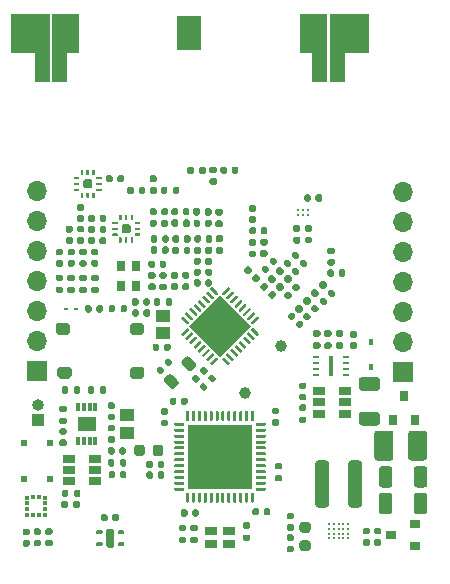
<source format=gts>
G04 #@! TF.GenerationSoftware,KiCad,Pcbnew,(5.1.8)-1*
G04 #@! TF.CreationDate,2021-01-12T15:50:27+01:00*
G04 #@! TF.ProjectId,pcb-LR1110,7063622d-4c52-4313-9131-302e6b696361,1.1*
G04 #@! TF.SameCoordinates,PX8f0d180PY5f5e100*
G04 #@! TF.FileFunction,Soldermask,Top*
G04 #@! TF.FilePolarity,Negative*
%FSLAX46Y46*%
G04 Gerber Fmt 4.6, Leading zero omitted, Abs format (unit mm)*
G04 Created by KiCad (PCBNEW (5.1.8)-1) date 2021-01-12 15:50:27*
%MOMM*%
%LPD*%
G01*
G04 APERTURE LIST*
%ADD10C,0.010000*%
%ADD11R,5.450000X5.450000*%
%ADD12O,1.700000X1.700000*%
%ADD13R,1.700000X1.700000*%
%ADD14R,2.000000X3.000000*%
%ADD15R,0.450000X0.600000*%
%ADD16R,1.000000X0.800000*%
%ADD17R,1.000000X1.000000*%
%ADD18O,1.000000X1.000000*%
%ADD19R,0.800000X0.900000*%
%ADD20R,0.550000X0.500000*%
%ADD21C,0.270000*%
%ADD22R,0.900000X0.800000*%
%ADD23R,1.060000X0.650000*%
%ADD24R,0.254000X0.254000*%
%ADD25C,0.100000*%
%ADD26R,0.300000X1.700000*%
%ADD27R,0.600000X0.270000*%
%ADD28R,0.300000X0.750000*%
%ADD29R,1.500000X1.300000*%
%ADD30R,0.375000X0.350000*%
%ADD31R,0.350000X0.375000*%
%ADD32R,1.250000X1.000000*%
%ADD33R,0.360000X0.250000*%
%ADD34C,1.000000*%
G04 APERTURE END LIST*
D10*
G36*
X-17700000Y22750000D02*
G01*
X-14500000Y22750000D01*
X-14500000Y17050000D01*
X-15700000Y17050000D01*
X-15700000Y19550000D01*
X-17700000Y19550000D01*
X-17700000Y22750000D01*
G37*
X-17700000Y22750000D02*
X-14500000Y22750000D01*
X-14500000Y17050000D01*
X-15700000Y17050000D01*
X-15700000Y19550000D01*
X-17700000Y19550000D01*
X-17700000Y22750000D01*
G36*
X-12000000Y22750000D02*
G01*
X-14200000Y22750000D01*
X-14200000Y17050000D01*
X-13000000Y17050000D01*
X-13000000Y19550000D01*
X-12000000Y19550000D01*
X-12000000Y22750000D01*
G37*
X-12000000Y22750000D02*
X-14200000Y22750000D01*
X-14200000Y17050000D01*
X-13000000Y17050000D01*
X-13000000Y19550000D01*
X-12000000Y19550000D01*
X-12000000Y22750000D01*
G36*
X12500000Y22750000D02*
G01*
X9300000Y22750000D01*
X9300000Y17050000D01*
X10500000Y17050000D01*
X10500000Y19550000D01*
X12500000Y19550000D01*
X12500000Y22750000D01*
G37*
X12500000Y22750000D02*
X9300000Y22750000D01*
X9300000Y17050000D01*
X10500000Y17050000D01*
X10500000Y19550000D01*
X12500000Y19550000D01*
X12500000Y22750000D01*
G36*
X6800000Y22750000D02*
G01*
X9000000Y22750000D01*
X9000000Y17050000D01*
X7800000Y17050000D01*
X7800000Y19550000D01*
X6800000Y19550000D01*
X6800000Y22750000D01*
G37*
X6800000Y22750000D02*
X9000000Y22750000D01*
X9000000Y17050000D01*
X7800000Y17050000D01*
X7800000Y19550000D01*
X6800000Y19550000D01*
X6800000Y22750000D01*
G36*
G01*
X-3875000Y-12062500D02*
X-3875000Y-11937500D01*
G75*
G02*
X-3812500Y-11875000I62500J0D01*
G01*
X-3087500Y-11875000D01*
G75*
G02*
X-3025000Y-11937500I0J-62500D01*
G01*
X-3025000Y-12062500D01*
G75*
G02*
X-3087500Y-12125000I-62500J0D01*
G01*
X-3812500Y-12125000D01*
G75*
G02*
X-3875000Y-12062500I0J62500D01*
G01*
G37*
G36*
G01*
X-3875000Y-12562500D02*
X-3875000Y-12437500D01*
G75*
G02*
X-3812500Y-12375000I62500J0D01*
G01*
X-3087500Y-12375000D01*
G75*
G02*
X-3025000Y-12437500I0J-62500D01*
G01*
X-3025000Y-12562500D01*
G75*
G02*
X-3087500Y-12625000I-62500J0D01*
G01*
X-3812500Y-12625000D01*
G75*
G02*
X-3875000Y-12562500I0J62500D01*
G01*
G37*
G36*
G01*
X-3875000Y-13062500D02*
X-3875000Y-12937500D01*
G75*
G02*
X-3812500Y-12875000I62500J0D01*
G01*
X-3087500Y-12875000D01*
G75*
G02*
X-3025000Y-12937500I0J-62500D01*
G01*
X-3025000Y-13062500D01*
G75*
G02*
X-3087500Y-13125000I-62500J0D01*
G01*
X-3812500Y-13125000D01*
G75*
G02*
X-3875000Y-13062500I0J62500D01*
G01*
G37*
G36*
G01*
X-3875000Y-13562500D02*
X-3875000Y-13437500D01*
G75*
G02*
X-3812500Y-13375000I62500J0D01*
G01*
X-3087500Y-13375000D01*
G75*
G02*
X-3025000Y-13437500I0J-62500D01*
G01*
X-3025000Y-13562500D01*
G75*
G02*
X-3087500Y-13625000I-62500J0D01*
G01*
X-3812500Y-13625000D01*
G75*
G02*
X-3875000Y-13562500I0J62500D01*
G01*
G37*
G36*
G01*
X-3875000Y-14062500D02*
X-3875000Y-13937500D01*
G75*
G02*
X-3812500Y-13875000I62500J0D01*
G01*
X-3087500Y-13875000D01*
G75*
G02*
X-3025000Y-13937500I0J-62500D01*
G01*
X-3025000Y-14062500D01*
G75*
G02*
X-3087500Y-14125000I-62500J0D01*
G01*
X-3812500Y-14125000D01*
G75*
G02*
X-3875000Y-14062500I0J62500D01*
G01*
G37*
G36*
G01*
X-3875000Y-14562500D02*
X-3875000Y-14437500D01*
G75*
G02*
X-3812500Y-14375000I62500J0D01*
G01*
X-3087500Y-14375000D01*
G75*
G02*
X-3025000Y-14437500I0J-62500D01*
G01*
X-3025000Y-14562500D01*
G75*
G02*
X-3087500Y-14625000I-62500J0D01*
G01*
X-3812500Y-14625000D01*
G75*
G02*
X-3875000Y-14562500I0J62500D01*
G01*
G37*
G36*
G01*
X-3875000Y-15062500D02*
X-3875000Y-14937500D01*
G75*
G02*
X-3812500Y-14875000I62500J0D01*
G01*
X-3087500Y-14875000D01*
G75*
G02*
X-3025000Y-14937500I0J-62500D01*
G01*
X-3025000Y-15062500D01*
G75*
G02*
X-3087500Y-15125000I-62500J0D01*
G01*
X-3812500Y-15125000D01*
G75*
G02*
X-3875000Y-15062500I0J62500D01*
G01*
G37*
G36*
G01*
X-3875000Y-15562500D02*
X-3875000Y-15437500D01*
G75*
G02*
X-3812500Y-15375000I62500J0D01*
G01*
X-3087500Y-15375000D01*
G75*
G02*
X-3025000Y-15437500I0J-62500D01*
G01*
X-3025000Y-15562500D01*
G75*
G02*
X-3087500Y-15625000I-62500J0D01*
G01*
X-3812500Y-15625000D01*
G75*
G02*
X-3875000Y-15562500I0J62500D01*
G01*
G37*
G36*
G01*
X-3875000Y-16062500D02*
X-3875000Y-15937500D01*
G75*
G02*
X-3812500Y-15875000I62500J0D01*
G01*
X-3087500Y-15875000D01*
G75*
G02*
X-3025000Y-15937500I0J-62500D01*
G01*
X-3025000Y-16062500D01*
G75*
G02*
X-3087500Y-16125000I-62500J0D01*
G01*
X-3812500Y-16125000D01*
G75*
G02*
X-3875000Y-16062500I0J62500D01*
G01*
G37*
G36*
G01*
X-3875000Y-16562500D02*
X-3875000Y-16437500D01*
G75*
G02*
X-3812500Y-16375000I62500J0D01*
G01*
X-3087500Y-16375000D01*
G75*
G02*
X-3025000Y-16437500I0J-62500D01*
G01*
X-3025000Y-16562500D01*
G75*
G02*
X-3087500Y-16625000I-62500J0D01*
G01*
X-3812500Y-16625000D01*
G75*
G02*
X-3875000Y-16562500I0J62500D01*
G01*
G37*
G36*
G01*
X-3875000Y-17062500D02*
X-3875000Y-16937500D01*
G75*
G02*
X-3812500Y-16875000I62500J0D01*
G01*
X-3087500Y-16875000D01*
G75*
G02*
X-3025000Y-16937500I0J-62500D01*
G01*
X-3025000Y-17062500D01*
G75*
G02*
X-3087500Y-17125000I-62500J0D01*
G01*
X-3812500Y-17125000D01*
G75*
G02*
X-3875000Y-17062500I0J62500D01*
G01*
G37*
G36*
G01*
X-3875000Y-17562500D02*
X-3875000Y-17437500D01*
G75*
G02*
X-3812500Y-17375000I62500J0D01*
G01*
X-3087500Y-17375000D01*
G75*
G02*
X-3025000Y-17437500I0J-62500D01*
G01*
X-3025000Y-17562500D01*
G75*
G02*
X-3087500Y-17625000I-62500J0D01*
G01*
X-3812500Y-17625000D01*
G75*
G02*
X-3875000Y-17562500I0J62500D01*
G01*
G37*
G36*
G01*
X-2875000Y-18562500D02*
X-2875000Y-17837500D01*
G75*
G02*
X-2812500Y-17775000I62500J0D01*
G01*
X-2687500Y-17775000D01*
G75*
G02*
X-2625000Y-17837500I0J-62500D01*
G01*
X-2625000Y-18562500D01*
G75*
G02*
X-2687500Y-18625000I-62500J0D01*
G01*
X-2812500Y-18625000D01*
G75*
G02*
X-2875000Y-18562500I0J62500D01*
G01*
G37*
G36*
G01*
X-2375000Y-18562500D02*
X-2375000Y-17837500D01*
G75*
G02*
X-2312500Y-17775000I62500J0D01*
G01*
X-2187500Y-17775000D01*
G75*
G02*
X-2125000Y-17837500I0J-62500D01*
G01*
X-2125000Y-18562500D01*
G75*
G02*
X-2187500Y-18625000I-62500J0D01*
G01*
X-2312500Y-18625000D01*
G75*
G02*
X-2375000Y-18562500I0J62500D01*
G01*
G37*
G36*
G01*
X-1875000Y-18562500D02*
X-1875000Y-17837500D01*
G75*
G02*
X-1812500Y-17775000I62500J0D01*
G01*
X-1687500Y-17775000D01*
G75*
G02*
X-1625000Y-17837500I0J-62500D01*
G01*
X-1625000Y-18562500D01*
G75*
G02*
X-1687500Y-18625000I-62500J0D01*
G01*
X-1812500Y-18625000D01*
G75*
G02*
X-1875000Y-18562500I0J62500D01*
G01*
G37*
G36*
G01*
X-1375000Y-18562500D02*
X-1375000Y-17837500D01*
G75*
G02*
X-1312500Y-17775000I62500J0D01*
G01*
X-1187500Y-17775000D01*
G75*
G02*
X-1125000Y-17837500I0J-62500D01*
G01*
X-1125000Y-18562500D01*
G75*
G02*
X-1187500Y-18625000I-62500J0D01*
G01*
X-1312500Y-18625000D01*
G75*
G02*
X-1375000Y-18562500I0J62500D01*
G01*
G37*
G36*
G01*
X-875000Y-18562500D02*
X-875000Y-17837500D01*
G75*
G02*
X-812500Y-17775000I62500J0D01*
G01*
X-687500Y-17775000D01*
G75*
G02*
X-625000Y-17837500I0J-62500D01*
G01*
X-625000Y-18562500D01*
G75*
G02*
X-687500Y-18625000I-62500J0D01*
G01*
X-812500Y-18625000D01*
G75*
G02*
X-875000Y-18562500I0J62500D01*
G01*
G37*
G36*
G01*
X-375000Y-18562500D02*
X-375000Y-17837500D01*
G75*
G02*
X-312500Y-17775000I62500J0D01*
G01*
X-187500Y-17775000D01*
G75*
G02*
X-125000Y-17837500I0J-62500D01*
G01*
X-125000Y-18562500D01*
G75*
G02*
X-187500Y-18625000I-62500J0D01*
G01*
X-312500Y-18625000D01*
G75*
G02*
X-375000Y-18562500I0J62500D01*
G01*
G37*
G36*
G01*
X125000Y-18562500D02*
X125000Y-17837500D01*
G75*
G02*
X187500Y-17775000I62500J0D01*
G01*
X312500Y-17775000D01*
G75*
G02*
X375000Y-17837500I0J-62500D01*
G01*
X375000Y-18562500D01*
G75*
G02*
X312500Y-18625000I-62500J0D01*
G01*
X187500Y-18625000D01*
G75*
G02*
X125000Y-18562500I0J62500D01*
G01*
G37*
G36*
G01*
X625000Y-18562500D02*
X625000Y-17837500D01*
G75*
G02*
X687500Y-17775000I62500J0D01*
G01*
X812500Y-17775000D01*
G75*
G02*
X875000Y-17837500I0J-62500D01*
G01*
X875000Y-18562500D01*
G75*
G02*
X812500Y-18625000I-62500J0D01*
G01*
X687500Y-18625000D01*
G75*
G02*
X625000Y-18562500I0J62500D01*
G01*
G37*
G36*
G01*
X1125000Y-18562500D02*
X1125000Y-17837500D01*
G75*
G02*
X1187500Y-17775000I62500J0D01*
G01*
X1312500Y-17775000D01*
G75*
G02*
X1375000Y-17837500I0J-62500D01*
G01*
X1375000Y-18562500D01*
G75*
G02*
X1312500Y-18625000I-62500J0D01*
G01*
X1187500Y-18625000D01*
G75*
G02*
X1125000Y-18562500I0J62500D01*
G01*
G37*
G36*
G01*
X1625000Y-18562500D02*
X1625000Y-17837500D01*
G75*
G02*
X1687500Y-17775000I62500J0D01*
G01*
X1812500Y-17775000D01*
G75*
G02*
X1875000Y-17837500I0J-62500D01*
G01*
X1875000Y-18562500D01*
G75*
G02*
X1812500Y-18625000I-62500J0D01*
G01*
X1687500Y-18625000D01*
G75*
G02*
X1625000Y-18562500I0J62500D01*
G01*
G37*
G36*
G01*
X2125000Y-18562500D02*
X2125000Y-17837500D01*
G75*
G02*
X2187500Y-17775000I62500J0D01*
G01*
X2312500Y-17775000D01*
G75*
G02*
X2375000Y-17837500I0J-62500D01*
G01*
X2375000Y-18562500D01*
G75*
G02*
X2312500Y-18625000I-62500J0D01*
G01*
X2187500Y-18625000D01*
G75*
G02*
X2125000Y-18562500I0J62500D01*
G01*
G37*
G36*
G01*
X2625000Y-18562500D02*
X2625000Y-17837500D01*
G75*
G02*
X2687500Y-17775000I62500J0D01*
G01*
X2812500Y-17775000D01*
G75*
G02*
X2875000Y-17837500I0J-62500D01*
G01*
X2875000Y-18562500D01*
G75*
G02*
X2812500Y-18625000I-62500J0D01*
G01*
X2687500Y-18625000D01*
G75*
G02*
X2625000Y-18562500I0J62500D01*
G01*
G37*
G36*
G01*
X3025000Y-17562500D02*
X3025000Y-17437500D01*
G75*
G02*
X3087500Y-17375000I62500J0D01*
G01*
X3812500Y-17375000D01*
G75*
G02*
X3875000Y-17437500I0J-62500D01*
G01*
X3875000Y-17562500D01*
G75*
G02*
X3812500Y-17625000I-62500J0D01*
G01*
X3087500Y-17625000D01*
G75*
G02*
X3025000Y-17562500I0J62500D01*
G01*
G37*
G36*
G01*
X3025000Y-17062500D02*
X3025000Y-16937500D01*
G75*
G02*
X3087500Y-16875000I62500J0D01*
G01*
X3812500Y-16875000D01*
G75*
G02*
X3875000Y-16937500I0J-62500D01*
G01*
X3875000Y-17062500D01*
G75*
G02*
X3812500Y-17125000I-62500J0D01*
G01*
X3087500Y-17125000D01*
G75*
G02*
X3025000Y-17062500I0J62500D01*
G01*
G37*
G36*
G01*
X3025000Y-16562500D02*
X3025000Y-16437500D01*
G75*
G02*
X3087500Y-16375000I62500J0D01*
G01*
X3812500Y-16375000D01*
G75*
G02*
X3875000Y-16437500I0J-62500D01*
G01*
X3875000Y-16562500D01*
G75*
G02*
X3812500Y-16625000I-62500J0D01*
G01*
X3087500Y-16625000D01*
G75*
G02*
X3025000Y-16562500I0J62500D01*
G01*
G37*
G36*
G01*
X3025000Y-16062500D02*
X3025000Y-15937500D01*
G75*
G02*
X3087500Y-15875000I62500J0D01*
G01*
X3812500Y-15875000D01*
G75*
G02*
X3875000Y-15937500I0J-62500D01*
G01*
X3875000Y-16062500D01*
G75*
G02*
X3812500Y-16125000I-62500J0D01*
G01*
X3087500Y-16125000D01*
G75*
G02*
X3025000Y-16062500I0J62500D01*
G01*
G37*
G36*
G01*
X3025000Y-15562500D02*
X3025000Y-15437500D01*
G75*
G02*
X3087500Y-15375000I62500J0D01*
G01*
X3812500Y-15375000D01*
G75*
G02*
X3875000Y-15437500I0J-62500D01*
G01*
X3875000Y-15562500D01*
G75*
G02*
X3812500Y-15625000I-62500J0D01*
G01*
X3087500Y-15625000D01*
G75*
G02*
X3025000Y-15562500I0J62500D01*
G01*
G37*
G36*
G01*
X3025000Y-15062500D02*
X3025000Y-14937500D01*
G75*
G02*
X3087500Y-14875000I62500J0D01*
G01*
X3812500Y-14875000D01*
G75*
G02*
X3875000Y-14937500I0J-62500D01*
G01*
X3875000Y-15062500D01*
G75*
G02*
X3812500Y-15125000I-62500J0D01*
G01*
X3087500Y-15125000D01*
G75*
G02*
X3025000Y-15062500I0J62500D01*
G01*
G37*
G36*
G01*
X3025000Y-14562500D02*
X3025000Y-14437500D01*
G75*
G02*
X3087500Y-14375000I62500J0D01*
G01*
X3812500Y-14375000D01*
G75*
G02*
X3875000Y-14437500I0J-62500D01*
G01*
X3875000Y-14562500D01*
G75*
G02*
X3812500Y-14625000I-62500J0D01*
G01*
X3087500Y-14625000D01*
G75*
G02*
X3025000Y-14562500I0J62500D01*
G01*
G37*
G36*
G01*
X3025000Y-14062500D02*
X3025000Y-13937500D01*
G75*
G02*
X3087500Y-13875000I62500J0D01*
G01*
X3812500Y-13875000D01*
G75*
G02*
X3875000Y-13937500I0J-62500D01*
G01*
X3875000Y-14062500D01*
G75*
G02*
X3812500Y-14125000I-62500J0D01*
G01*
X3087500Y-14125000D01*
G75*
G02*
X3025000Y-14062500I0J62500D01*
G01*
G37*
G36*
G01*
X3025000Y-13562500D02*
X3025000Y-13437500D01*
G75*
G02*
X3087500Y-13375000I62500J0D01*
G01*
X3812500Y-13375000D01*
G75*
G02*
X3875000Y-13437500I0J-62500D01*
G01*
X3875000Y-13562500D01*
G75*
G02*
X3812500Y-13625000I-62500J0D01*
G01*
X3087500Y-13625000D01*
G75*
G02*
X3025000Y-13562500I0J62500D01*
G01*
G37*
G36*
G01*
X3025000Y-13062500D02*
X3025000Y-12937500D01*
G75*
G02*
X3087500Y-12875000I62500J0D01*
G01*
X3812500Y-12875000D01*
G75*
G02*
X3875000Y-12937500I0J-62500D01*
G01*
X3875000Y-13062500D01*
G75*
G02*
X3812500Y-13125000I-62500J0D01*
G01*
X3087500Y-13125000D01*
G75*
G02*
X3025000Y-13062500I0J62500D01*
G01*
G37*
G36*
G01*
X3025000Y-12562500D02*
X3025000Y-12437500D01*
G75*
G02*
X3087500Y-12375000I62500J0D01*
G01*
X3812500Y-12375000D01*
G75*
G02*
X3875000Y-12437500I0J-62500D01*
G01*
X3875000Y-12562500D01*
G75*
G02*
X3812500Y-12625000I-62500J0D01*
G01*
X3087500Y-12625000D01*
G75*
G02*
X3025000Y-12562500I0J62500D01*
G01*
G37*
G36*
G01*
X3025000Y-12062500D02*
X3025000Y-11937500D01*
G75*
G02*
X3087500Y-11875000I62500J0D01*
G01*
X3812500Y-11875000D01*
G75*
G02*
X3875000Y-11937500I0J-62500D01*
G01*
X3875000Y-12062500D01*
G75*
G02*
X3812500Y-12125000I-62500J0D01*
G01*
X3087500Y-12125000D01*
G75*
G02*
X3025000Y-12062500I0J62500D01*
G01*
G37*
G36*
G01*
X2625000Y-11662500D02*
X2625000Y-10937500D01*
G75*
G02*
X2687500Y-10875000I62500J0D01*
G01*
X2812500Y-10875000D01*
G75*
G02*
X2875000Y-10937500I0J-62500D01*
G01*
X2875000Y-11662500D01*
G75*
G02*
X2812500Y-11725000I-62500J0D01*
G01*
X2687500Y-11725000D01*
G75*
G02*
X2625000Y-11662500I0J62500D01*
G01*
G37*
G36*
G01*
X2125000Y-11662500D02*
X2125000Y-10937500D01*
G75*
G02*
X2187500Y-10875000I62500J0D01*
G01*
X2312500Y-10875000D01*
G75*
G02*
X2375000Y-10937500I0J-62500D01*
G01*
X2375000Y-11662500D01*
G75*
G02*
X2312500Y-11725000I-62500J0D01*
G01*
X2187500Y-11725000D01*
G75*
G02*
X2125000Y-11662500I0J62500D01*
G01*
G37*
G36*
G01*
X1625000Y-11662500D02*
X1625000Y-10937500D01*
G75*
G02*
X1687500Y-10875000I62500J0D01*
G01*
X1812500Y-10875000D01*
G75*
G02*
X1875000Y-10937500I0J-62500D01*
G01*
X1875000Y-11662500D01*
G75*
G02*
X1812500Y-11725000I-62500J0D01*
G01*
X1687500Y-11725000D01*
G75*
G02*
X1625000Y-11662500I0J62500D01*
G01*
G37*
G36*
G01*
X1125000Y-11662500D02*
X1125000Y-10937500D01*
G75*
G02*
X1187500Y-10875000I62500J0D01*
G01*
X1312500Y-10875000D01*
G75*
G02*
X1375000Y-10937500I0J-62500D01*
G01*
X1375000Y-11662500D01*
G75*
G02*
X1312500Y-11725000I-62500J0D01*
G01*
X1187500Y-11725000D01*
G75*
G02*
X1125000Y-11662500I0J62500D01*
G01*
G37*
G36*
G01*
X625000Y-11662500D02*
X625000Y-10937500D01*
G75*
G02*
X687500Y-10875000I62500J0D01*
G01*
X812500Y-10875000D01*
G75*
G02*
X875000Y-10937500I0J-62500D01*
G01*
X875000Y-11662500D01*
G75*
G02*
X812500Y-11725000I-62500J0D01*
G01*
X687500Y-11725000D01*
G75*
G02*
X625000Y-11662500I0J62500D01*
G01*
G37*
G36*
G01*
X125000Y-11662500D02*
X125000Y-10937500D01*
G75*
G02*
X187500Y-10875000I62500J0D01*
G01*
X312500Y-10875000D01*
G75*
G02*
X375000Y-10937500I0J-62500D01*
G01*
X375000Y-11662500D01*
G75*
G02*
X312500Y-11725000I-62500J0D01*
G01*
X187500Y-11725000D01*
G75*
G02*
X125000Y-11662500I0J62500D01*
G01*
G37*
G36*
G01*
X-375000Y-11662500D02*
X-375000Y-10937500D01*
G75*
G02*
X-312500Y-10875000I62500J0D01*
G01*
X-187500Y-10875000D01*
G75*
G02*
X-125000Y-10937500I0J-62500D01*
G01*
X-125000Y-11662500D01*
G75*
G02*
X-187500Y-11725000I-62500J0D01*
G01*
X-312500Y-11725000D01*
G75*
G02*
X-375000Y-11662500I0J62500D01*
G01*
G37*
G36*
G01*
X-875000Y-11662500D02*
X-875000Y-10937500D01*
G75*
G02*
X-812500Y-10875000I62500J0D01*
G01*
X-687500Y-10875000D01*
G75*
G02*
X-625000Y-10937500I0J-62500D01*
G01*
X-625000Y-11662500D01*
G75*
G02*
X-687500Y-11725000I-62500J0D01*
G01*
X-812500Y-11725000D01*
G75*
G02*
X-875000Y-11662500I0J62500D01*
G01*
G37*
G36*
G01*
X-1375000Y-11662500D02*
X-1375000Y-10937500D01*
G75*
G02*
X-1312500Y-10875000I62500J0D01*
G01*
X-1187500Y-10875000D01*
G75*
G02*
X-1125000Y-10937500I0J-62500D01*
G01*
X-1125000Y-11662500D01*
G75*
G02*
X-1187500Y-11725000I-62500J0D01*
G01*
X-1312500Y-11725000D01*
G75*
G02*
X-1375000Y-11662500I0J62500D01*
G01*
G37*
G36*
G01*
X-1875000Y-11662500D02*
X-1875000Y-10937500D01*
G75*
G02*
X-1812500Y-10875000I62500J0D01*
G01*
X-1687500Y-10875000D01*
G75*
G02*
X-1625000Y-10937500I0J-62500D01*
G01*
X-1625000Y-11662500D01*
G75*
G02*
X-1687500Y-11725000I-62500J0D01*
G01*
X-1812500Y-11725000D01*
G75*
G02*
X-1875000Y-11662500I0J62500D01*
G01*
G37*
G36*
G01*
X-2375000Y-11662500D02*
X-2375000Y-10937500D01*
G75*
G02*
X-2312500Y-10875000I62500J0D01*
G01*
X-2187500Y-10875000D01*
G75*
G02*
X-2125000Y-10937500I0J-62500D01*
G01*
X-2125000Y-11662500D01*
G75*
G02*
X-2187500Y-11725000I-62500J0D01*
G01*
X-2312500Y-11725000D01*
G75*
G02*
X-2375000Y-11662500I0J62500D01*
G01*
G37*
G36*
G01*
X-2875000Y-11662500D02*
X-2875000Y-10937500D01*
G75*
G02*
X-2812500Y-10875000I62500J0D01*
G01*
X-2687500Y-10875000D01*
G75*
G02*
X-2625000Y-10937500I0J-62500D01*
G01*
X-2625000Y-11662500D01*
G75*
G02*
X-2687500Y-11725000I-62500J0D01*
G01*
X-2812500Y-11725000D01*
G75*
G02*
X-2875000Y-11662500I0J62500D01*
G01*
G37*
D11*
X0Y-14750000D03*
D12*
X-15500000Y7740000D03*
X-15500000Y5200000D03*
X-15500000Y2660000D03*
X-15500000Y120000D03*
X-15500000Y-2420000D03*
X-15500000Y-4960000D03*
D13*
X-15500000Y-7500000D03*
X15500000Y-7540000D03*
D12*
X15500000Y-5000000D03*
X15500000Y-2460000D03*
X15500000Y80000D03*
X15500000Y2620000D03*
X15500000Y5160000D03*
X15500000Y7700000D03*
D14*
X-2600000Y21150000D03*
G36*
G01*
X12215355Y-20766066D02*
X12555355Y-20766066D01*
G75*
G02*
X12695355Y-20906066I0J-140000D01*
G01*
X12695355Y-21186066D01*
G75*
G02*
X12555355Y-21326066I-140000J0D01*
G01*
X12215355Y-21326066D01*
G75*
G02*
X12075355Y-21186066I0J140000D01*
G01*
X12075355Y-20906066D01*
G75*
G02*
X12215355Y-20766066I140000J0D01*
G01*
G37*
G36*
G01*
X12215355Y-21726066D02*
X12555355Y-21726066D01*
G75*
G02*
X12695355Y-21866066I0J-140000D01*
G01*
X12695355Y-22146066D01*
G75*
G02*
X12555355Y-22286066I-140000J0D01*
G01*
X12215355Y-22286066D01*
G75*
G02*
X12075355Y-22146066I0J140000D01*
G01*
X12075355Y-21866066D01*
G75*
G02*
X12215355Y-21726066I140000J0D01*
G01*
G37*
G36*
G01*
X13165355Y-21726066D02*
X13505355Y-21726066D01*
G75*
G02*
X13645355Y-21866066I0J-140000D01*
G01*
X13645355Y-22146066D01*
G75*
G02*
X13505355Y-22286066I-140000J0D01*
G01*
X13165355Y-22286066D01*
G75*
G02*
X13025355Y-22146066I0J140000D01*
G01*
X13025355Y-21866066D01*
G75*
G02*
X13165355Y-21726066I140000J0D01*
G01*
G37*
G36*
G01*
X13165355Y-20766066D02*
X13505355Y-20766066D01*
G75*
G02*
X13645355Y-20906066I0J-140000D01*
G01*
X13645355Y-21186066D01*
G75*
G02*
X13505355Y-21326066I-140000J0D01*
G01*
X13165355Y-21326066D01*
G75*
G02*
X13025355Y-21186066I0J140000D01*
G01*
X13025355Y-20906066D01*
G75*
G02*
X13165355Y-20766066I140000J0D01*
G01*
G37*
G36*
G01*
X17550000Y-15799999D02*
X17550000Y-17100001D01*
G75*
G02*
X17300001Y-17350000I-249999J0D01*
G01*
X16649999Y-17350000D01*
G75*
G02*
X16400000Y-17100001I0J249999D01*
G01*
X16400000Y-15799999D01*
G75*
G02*
X16649999Y-15550000I249999J0D01*
G01*
X17300001Y-15550000D01*
G75*
G02*
X17550000Y-15799999I0J-249999D01*
G01*
G37*
G36*
G01*
X14600000Y-15799999D02*
X14600000Y-17100001D01*
G75*
G02*
X14350001Y-17350000I-249999J0D01*
G01*
X13699999Y-17350000D01*
G75*
G02*
X13450000Y-17100001I0J249999D01*
G01*
X13450000Y-15799999D01*
G75*
G02*
X13699999Y-15550000I249999J0D01*
G01*
X14350001Y-15550000D01*
G75*
G02*
X14600000Y-15799999I0J-249999D01*
G01*
G37*
G36*
G01*
X14600000Y-18049999D02*
X14600000Y-19350001D01*
G75*
G02*
X14350001Y-19600000I-249999J0D01*
G01*
X13699999Y-19600000D01*
G75*
G02*
X13450000Y-19350001I0J249999D01*
G01*
X13450000Y-18049999D01*
G75*
G02*
X13699999Y-17800000I249999J0D01*
G01*
X14350001Y-17800000D01*
G75*
G02*
X14600000Y-18049999I0J-249999D01*
G01*
G37*
G36*
G01*
X17550000Y-18049999D02*
X17550000Y-19350001D01*
G75*
G02*
X17300001Y-19600000I-249999J0D01*
G01*
X16649999Y-19600000D01*
G75*
G02*
X16400000Y-19350001I0J249999D01*
G01*
X16400000Y-18049999D01*
G75*
G02*
X16649999Y-17800000I249999J0D01*
G01*
X17300001Y-17800000D01*
G75*
G02*
X17550000Y-18049999I0J-249999D01*
G01*
G37*
G36*
G01*
X13300001Y-12100000D02*
X11999999Y-12100000D01*
G75*
G02*
X11750000Y-11850001I0J249999D01*
G01*
X11750000Y-11199999D01*
G75*
G02*
X11999999Y-10950000I249999J0D01*
G01*
X13300001Y-10950000D01*
G75*
G02*
X13550000Y-11199999I0J-249999D01*
G01*
X13550000Y-11850001D01*
G75*
G02*
X13300001Y-12100000I-249999J0D01*
G01*
G37*
G36*
G01*
X13300001Y-9150000D02*
X11999999Y-9150000D01*
G75*
G02*
X11750000Y-8900001I0J249999D01*
G01*
X11750000Y-8249999D01*
G75*
G02*
X11999999Y-8000000I249999J0D01*
G01*
X13300001Y-8000000D01*
G75*
G02*
X13550000Y-8249999I0J-249999D01*
G01*
X13550000Y-8900001D01*
G75*
G02*
X13300001Y-9150000I-249999J0D01*
G01*
G37*
G36*
G01*
X-4660000Y320000D02*
X-5000000Y320000D01*
G75*
G02*
X-5140000Y460000I0J140000D01*
G01*
X-5140000Y740000D01*
G75*
G02*
X-5000000Y880000I140000J0D01*
G01*
X-4660000Y880000D01*
G75*
G02*
X-4520000Y740000I0J-140000D01*
G01*
X-4520000Y460000D01*
G75*
G02*
X-4660000Y320000I-140000J0D01*
G01*
G37*
G36*
G01*
X-4660000Y-640000D02*
X-5000000Y-640000D01*
G75*
G02*
X-5140000Y-500000I0J140000D01*
G01*
X-5140000Y-220000D01*
G75*
G02*
X-5000000Y-80000I140000J0D01*
G01*
X-4660000Y-80000D01*
G75*
G02*
X-4520000Y-220000I0J-140000D01*
G01*
X-4520000Y-500000D01*
G75*
G02*
X-4660000Y-640000I-140000J0D01*
G01*
G37*
G36*
G01*
X6120000Y-22840000D02*
X5780000Y-22840000D01*
G75*
G02*
X5640000Y-22700000I0J140000D01*
G01*
X5640000Y-22420000D01*
G75*
G02*
X5780000Y-22280000I140000J0D01*
G01*
X6120000Y-22280000D01*
G75*
G02*
X6260000Y-22420000I0J-140000D01*
G01*
X6260000Y-22700000D01*
G75*
G02*
X6120000Y-22840000I-140000J0D01*
G01*
G37*
G36*
G01*
X6120000Y-21880000D02*
X5780000Y-21880000D01*
G75*
G02*
X5640000Y-21740000I0J140000D01*
G01*
X5640000Y-21460000D01*
G75*
G02*
X5780000Y-21320000I140000J0D01*
G01*
X6120000Y-21320000D01*
G75*
G02*
X6260000Y-21460000I0J-140000D01*
G01*
X6260000Y-21740000D01*
G75*
G02*
X6120000Y-21880000I-140000J0D01*
G01*
G37*
G36*
G01*
X6120000Y-20050000D02*
X5780000Y-20050000D01*
G75*
G02*
X5640000Y-19910000I0J140000D01*
G01*
X5640000Y-19630000D01*
G75*
G02*
X5780000Y-19490000I140000J0D01*
G01*
X6120000Y-19490000D01*
G75*
G02*
X6260000Y-19630000I0J-140000D01*
G01*
X6260000Y-19910000D01*
G75*
G02*
X6120000Y-20050000I-140000J0D01*
G01*
G37*
G36*
G01*
X6120000Y-21010000D02*
X5780000Y-21010000D01*
G75*
G02*
X5640000Y-20870000I0J140000D01*
G01*
X5640000Y-20590000D01*
G75*
G02*
X5780000Y-20450000I140000J0D01*
G01*
X6120000Y-20450000D01*
G75*
G02*
X6260000Y-20590000I0J-140000D01*
G01*
X6260000Y-20870000D01*
G75*
G02*
X6120000Y-21010000I-140000J0D01*
G01*
G37*
G36*
G01*
X7450000Y-22725000D02*
X6950000Y-22725000D01*
G75*
G02*
X6725000Y-22500000I0J225000D01*
G01*
X6725000Y-22050000D01*
G75*
G02*
X6950000Y-21825000I225000J0D01*
G01*
X7450000Y-21825000D01*
G75*
G02*
X7675000Y-22050000I0J-225000D01*
G01*
X7675000Y-22500000D01*
G75*
G02*
X7450000Y-22725000I-225000J0D01*
G01*
G37*
G36*
G01*
X7450000Y-21175000D02*
X6950000Y-21175000D01*
G75*
G02*
X6725000Y-20950000I0J225000D01*
G01*
X6725000Y-20500000D01*
G75*
G02*
X6950000Y-20275000I225000J0D01*
G01*
X7450000Y-20275000D01*
G75*
G02*
X7675000Y-20500000I0J-225000D01*
G01*
X7675000Y-20950000D01*
G75*
G02*
X7450000Y-21175000I-225000J0D01*
G01*
G37*
G36*
G01*
X-2750000Y-19330000D02*
X-2750000Y-19670000D01*
G75*
G02*
X-2890000Y-19810000I-140000J0D01*
G01*
X-3170000Y-19810000D01*
G75*
G02*
X-3310000Y-19670000I0J140000D01*
G01*
X-3310000Y-19330000D01*
G75*
G02*
X-3170000Y-19190000I140000J0D01*
G01*
X-2890000Y-19190000D01*
G75*
G02*
X-2750000Y-19330000I0J-140000D01*
G01*
G37*
G36*
G01*
X-1790000Y-19330000D02*
X-1790000Y-19670000D01*
G75*
G02*
X-1930000Y-19810000I-140000J0D01*
G01*
X-2210000Y-19810000D01*
G75*
G02*
X-2350000Y-19670000I0J140000D01*
G01*
X-2350000Y-19330000D01*
G75*
G02*
X-2210000Y-19190000I140000J0D01*
G01*
X-1930000Y-19190000D01*
G75*
G02*
X-1790000Y-19330000I0J-140000D01*
G01*
G37*
G36*
G01*
X6830000Y-9420000D02*
X7170000Y-9420000D01*
G75*
G02*
X7310000Y-9560000I0J-140000D01*
G01*
X7310000Y-9840000D01*
G75*
G02*
X7170000Y-9980000I-140000J0D01*
G01*
X6830000Y-9980000D01*
G75*
G02*
X6690000Y-9840000I0J140000D01*
G01*
X6690000Y-9560000D01*
G75*
G02*
X6830000Y-9420000I140000J0D01*
G01*
G37*
G36*
G01*
X6830000Y-8460000D02*
X7170000Y-8460000D01*
G75*
G02*
X7310000Y-8600000I0J-140000D01*
G01*
X7310000Y-8880000D01*
G75*
G02*
X7170000Y-9020000I-140000J0D01*
G01*
X6830000Y-9020000D01*
G75*
G02*
X6690000Y-8880000I0J140000D01*
G01*
X6690000Y-8600000D01*
G75*
G02*
X6830000Y-8460000I140000J0D01*
G01*
G37*
G36*
G01*
X-9440000Y-16420000D02*
X-9440000Y-16080000D01*
G75*
G02*
X-9300000Y-15940000I140000J0D01*
G01*
X-9020000Y-15940000D01*
G75*
G02*
X-8880000Y-16080000I0J-140000D01*
G01*
X-8880000Y-16420000D01*
G75*
G02*
X-9020000Y-16560000I-140000J0D01*
G01*
X-9300000Y-16560000D01*
G75*
G02*
X-9440000Y-16420000I0J140000D01*
G01*
G37*
G36*
G01*
X-8480000Y-16420000D02*
X-8480000Y-16080000D01*
G75*
G02*
X-8340000Y-15940000I140000J0D01*
G01*
X-8060000Y-15940000D01*
G75*
G02*
X-7920000Y-16080000I0J-140000D01*
G01*
X-7920000Y-16420000D01*
G75*
G02*
X-8060000Y-16560000I-140000J0D01*
G01*
X-8340000Y-16560000D01*
G75*
G02*
X-8480000Y-16420000I0J140000D01*
G01*
G37*
G36*
G01*
X-6080000Y1390000D02*
X-6080000Y1730000D01*
G75*
G02*
X-5940000Y1870000I140000J0D01*
G01*
X-5660000Y1870000D01*
G75*
G02*
X-5520000Y1730000I0J-140000D01*
G01*
X-5520000Y1390000D01*
G75*
G02*
X-5660000Y1250000I-140000J0D01*
G01*
X-5940000Y1250000D01*
G75*
G02*
X-6080000Y1390000I0J140000D01*
G01*
G37*
G36*
G01*
X-5120000Y1390000D02*
X-5120000Y1730000D01*
G75*
G02*
X-4980000Y1870000I140000J0D01*
G01*
X-4700000Y1870000D01*
G75*
G02*
X-4560000Y1730000I0J-140000D01*
G01*
X-4560000Y1390000D01*
G75*
G02*
X-4700000Y1250000I-140000J0D01*
G01*
X-4980000Y1250000D01*
G75*
G02*
X-5120000Y1390000I0J140000D01*
G01*
G37*
G36*
G01*
X-645000Y3870000D02*
X-645000Y3530000D01*
G75*
G02*
X-785000Y3390000I-140000J0D01*
G01*
X-1065000Y3390000D01*
G75*
G02*
X-1205000Y3530000I0J140000D01*
G01*
X-1205000Y3870000D01*
G75*
G02*
X-1065000Y4010000I140000J0D01*
G01*
X-785000Y4010000D01*
G75*
G02*
X-645000Y3870000I0J-140000D01*
G01*
G37*
G36*
G01*
X-1605000Y3870000D02*
X-1605000Y3530000D01*
G75*
G02*
X-1745000Y3390000I-140000J0D01*
G01*
X-2025000Y3390000D01*
G75*
G02*
X-2165000Y3530000I0J140000D01*
G01*
X-2165000Y3870000D01*
G75*
G02*
X-2025000Y4010000I140000J0D01*
G01*
X-1745000Y4010000D01*
G75*
G02*
X-1605000Y3870000I0J-140000D01*
G01*
G37*
G36*
G01*
X-10600000Y5620000D02*
X-10600000Y5280000D01*
G75*
G02*
X-10740000Y5140000I-140000J0D01*
G01*
X-11020000Y5140000D01*
G75*
G02*
X-11160000Y5280000I0J140000D01*
G01*
X-11160000Y5620000D01*
G75*
G02*
X-11020000Y5760000I140000J0D01*
G01*
X-10740000Y5760000D01*
G75*
G02*
X-10600000Y5620000I0J-140000D01*
G01*
G37*
G36*
G01*
X-9640000Y5620000D02*
X-9640000Y5280000D01*
G75*
G02*
X-9780000Y5140000I-140000J0D01*
G01*
X-10060000Y5140000D01*
G75*
G02*
X-10200000Y5280000I0J140000D01*
G01*
X-10200000Y5620000D01*
G75*
G02*
X-10060000Y5760000I140000J0D01*
G01*
X-9780000Y5760000D01*
G75*
G02*
X-9640000Y5620000I0J-140000D01*
G01*
G37*
G36*
G01*
X-5295000Y3870000D02*
X-5295000Y3530000D01*
G75*
G02*
X-5435000Y3390000I-140000J0D01*
G01*
X-5715000Y3390000D01*
G75*
G02*
X-5855000Y3530000I0J140000D01*
G01*
X-5855000Y3870000D01*
G75*
G02*
X-5715000Y4010000I140000J0D01*
G01*
X-5435000Y4010000D01*
G75*
G02*
X-5295000Y3870000I0J-140000D01*
G01*
G37*
G36*
G01*
X-4335000Y3870000D02*
X-4335000Y3530000D01*
G75*
G02*
X-4475000Y3390000I-140000J0D01*
G01*
X-4755000Y3390000D01*
G75*
G02*
X-4895000Y3530000I0J140000D01*
G01*
X-4895000Y3870000D01*
G75*
G02*
X-4755000Y4010000I140000J0D01*
G01*
X-4475000Y4010000D01*
G75*
G02*
X-4335000Y3870000I0J-140000D01*
G01*
G37*
G36*
G01*
X-9650000Y8630000D02*
X-9650000Y8970000D01*
G75*
G02*
X-9510000Y9110000I140000J0D01*
G01*
X-9230000Y9110000D01*
G75*
G02*
X-9090000Y8970000I0J-140000D01*
G01*
X-9090000Y8630000D01*
G75*
G02*
X-9230000Y8490000I-140000J0D01*
G01*
X-9510000Y8490000D01*
G75*
G02*
X-9650000Y8630000I0J140000D01*
G01*
G37*
G36*
G01*
X-8690000Y8630000D02*
X-8690000Y8970000D01*
G75*
G02*
X-8550000Y9110000I140000J0D01*
G01*
X-8270000Y9110000D01*
G75*
G02*
X-8130000Y8970000I0J-140000D01*
G01*
X-8130000Y8630000D01*
G75*
G02*
X-8270000Y8490000I-140000J0D01*
G01*
X-8550000Y8490000D01*
G75*
G02*
X-8690000Y8630000I0J140000D01*
G01*
G37*
G36*
G01*
X-3475000Y2895001D02*
X-3475000Y2555001D01*
G75*
G02*
X-3615000Y2415001I-140000J0D01*
G01*
X-3895000Y2415001D01*
G75*
G02*
X-4035000Y2555001I0J140000D01*
G01*
X-4035000Y2895001D01*
G75*
G02*
X-3895000Y3035001I140000J0D01*
G01*
X-3615000Y3035001D01*
G75*
G02*
X-3475000Y2895001I0J-140000D01*
G01*
G37*
G36*
G01*
X-2515000Y2895001D02*
X-2515000Y2555001D01*
G75*
G02*
X-2655000Y2415001I-140000J0D01*
G01*
X-2935000Y2415001D01*
G75*
G02*
X-3075000Y2555001I0J140000D01*
G01*
X-3075000Y2895001D01*
G75*
G02*
X-2935000Y3035001I140000J0D01*
G01*
X-2655000Y3035001D01*
G75*
G02*
X-2515000Y2895001I0J-140000D01*
G01*
G37*
G36*
G01*
X-7460000Y-1820000D02*
X-7460000Y-1480000D01*
G75*
G02*
X-7320000Y-1340000I140000J0D01*
G01*
X-7040000Y-1340000D01*
G75*
G02*
X-6900000Y-1480000I0J-140000D01*
G01*
X-6900000Y-1820000D01*
G75*
G02*
X-7040000Y-1960000I-140000J0D01*
G01*
X-7320000Y-1960000D01*
G75*
G02*
X-7460000Y-1820000I0J140000D01*
G01*
G37*
G36*
G01*
X-6500000Y-1820000D02*
X-6500000Y-1480000D01*
G75*
G02*
X-6360000Y-1340000I140000J0D01*
G01*
X-6080000Y-1340000D01*
G75*
G02*
X-5940000Y-1480000I0J-140000D01*
G01*
X-5940000Y-1820000D01*
G75*
G02*
X-6080000Y-1960000I-140000J0D01*
G01*
X-6360000Y-1960000D01*
G75*
G02*
X-6500000Y-1820000I0J140000D01*
G01*
G37*
G36*
G01*
X-4905000Y2580000D02*
X-4905000Y2920000D01*
G75*
G02*
X-4765000Y3060000I140000J0D01*
G01*
X-4485000Y3060000D01*
G75*
G02*
X-4345000Y2920000I0J-140000D01*
G01*
X-4345000Y2580000D01*
G75*
G02*
X-4485000Y2440000I-140000J0D01*
G01*
X-4765000Y2440000D01*
G75*
G02*
X-4905000Y2580000I0J140000D01*
G01*
G37*
G36*
G01*
X-5865000Y2580000D02*
X-5865000Y2920000D01*
G75*
G02*
X-5725000Y3060000I140000J0D01*
G01*
X-5445000Y3060000D01*
G75*
G02*
X-5305000Y2920000I0J-140000D01*
G01*
X-5305000Y2580000D01*
G75*
G02*
X-5445000Y2440000I-140000J0D01*
G01*
X-5725000Y2440000D01*
G75*
G02*
X-5865000Y2580000I0J140000D01*
G01*
G37*
G36*
G01*
X-7440000Y-2750000D02*
X-7440000Y-2410000D01*
G75*
G02*
X-7300000Y-2270000I140000J0D01*
G01*
X-7020000Y-2270000D01*
G75*
G02*
X-6880000Y-2410000I0J-140000D01*
G01*
X-6880000Y-2750000D01*
G75*
G02*
X-7020000Y-2890000I-140000J0D01*
G01*
X-7300000Y-2890000D01*
G75*
G02*
X-7440000Y-2750000I0J140000D01*
G01*
G37*
G36*
G01*
X-6480000Y-2750000D02*
X-6480000Y-2410000D01*
G75*
G02*
X-6340000Y-2270000I140000J0D01*
G01*
X-6060000Y-2270000D01*
G75*
G02*
X-5920000Y-2410000I0J-140000D01*
G01*
X-5920000Y-2750000D01*
G75*
G02*
X-6060000Y-2890000I-140000J0D01*
G01*
X-6340000Y-2890000D01*
G75*
G02*
X-6480000Y-2750000I0J140000D01*
G01*
G37*
G36*
G01*
X-4750000Y-5640000D02*
X-4750000Y-5300000D01*
G75*
G02*
X-4610000Y-5160000I140000J0D01*
G01*
X-4330000Y-5160000D01*
G75*
G02*
X-4190000Y-5300000I0J-140000D01*
G01*
X-4190000Y-5640000D01*
G75*
G02*
X-4330000Y-5780000I-140000J0D01*
G01*
X-4610000Y-5780000D01*
G75*
G02*
X-4750000Y-5640000I0J140000D01*
G01*
G37*
G36*
G01*
X-5710000Y-5640000D02*
X-5710000Y-5300000D01*
G75*
G02*
X-5570000Y-5160000I140000J0D01*
G01*
X-5290000Y-5160000D01*
G75*
G02*
X-5150000Y-5300000I0J-140000D01*
G01*
X-5150000Y-5640000D01*
G75*
G02*
X-5290000Y-5780000I-140000J0D01*
G01*
X-5570000Y-5780000D01*
G75*
G02*
X-5710000Y-5640000I0J140000D01*
G01*
G37*
G36*
G01*
X-9635000Y4670000D02*
X-9635000Y4330000D01*
G75*
G02*
X-9775000Y4190000I-140000J0D01*
G01*
X-10055000Y4190000D01*
G75*
G02*
X-10195000Y4330000I0J140000D01*
G01*
X-10195000Y4670000D01*
G75*
G02*
X-10055000Y4810000I140000J0D01*
G01*
X-9775000Y4810000D01*
G75*
G02*
X-9635000Y4670000I0J-140000D01*
G01*
G37*
G36*
G01*
X-10595000Y4670000D02*
X-10595000Y4330000D01*
G75*
G02*
X-10735000Y4190000I-140000J0D01*
G01*
X-11015000Y4190000D01*
G75*
G02*
X-11155000Y4330000I0J140000D01*
G01*
X-11155000Y4670000D01*
G75*
G02*
X-11015000Y4810000I140000J0D01*
G01*
X-10735000Y4810000D01*
G75*
G02*
X-10595000Y4670000I0J-140000D01*
G01*
G37*
G36*
G01*
X-11630000Y4250000D02*
X-11970000Y4250000D01*
G75*
G02*
X-12110000Y4390000I0J140000D01*
G01*
X-12110000Y4670000D01*
G75*
G02*
X-11970000Y4810000I140000J0D01*
G01*
X-11630000Y4810000D01*
G75*
G02*
X-11490000Y4670000I0J-140000D01*
G01*
X-11490000Y4390000D01*
G75*
G02*
X-11630000Y4250000I-140000J0D01*
G01*
G37*
G36*
G01*
X-11630000Y3290000D02*
X-11970000Y3290000D01*
G75*
G02*
X-12110000Y3430000I0J140000D01*
G01*
X-12110000Y3710000D01*
G75*
G02*
X-11970000Y3850000I140000J0D01*
G01*
X-11630000Y3850000D01*
G75*
G02*
X-11490000Y3710000I0J-140000D01*
G01*
X-11490000Y3430000D01*
G75*
G02*
X-11630000Y3290000I-140000J0D01*
G01*
G37*
G36*
G01*
X-1645000Y1050000D02*
X-1645000Y710000D01*
G75*
G02*
X-1785000Y570000I-140000J0D01*
G01*
X-2065000Y570000D01*
G75*
G02*
X-2205000Y710000I0J140000D01*
G01*
X-2205000Y1050000D01*
G75*
G02*
X-2065000Y1190000I140000J0D01*
G01*
X-1785000Y1190000D01*
G75*
G02*
X-1645000Y1050000I0J-140000D01*
G01*
G37*
G36*
G01*
X-685000Y1050000D02*
X-685000Y710000D01*
G75*
G02*
X-825000Y570000I-140000J0D01*
G01*
X-1105000Y570000D01*
G75*
G02*
X-1245000Y710000I0J140000D01*
G01*
X-1245000Y1050000D01*
G75*
G02*
X-1105000Y1190000I140000J0D01*
G01*
X-825000Y1190000D01*
G75*
G02*
X-685000Y1050000I0J-140000D01*
G01*
G37*
G36*
G01*
X-690000Y145000D02*
X-690000Y-195000D01*
G75*
G02*
X-830000Y-335000I-140000J0D01*
G01*
X-1110000Y-335000D01*
G75*
G02*
X-1250000Y-195000I0J140000D01*
G01*
X-1250000Y145000D01*
G75*
G02*
X-1110000Y285000I140000J0D01*
G01*
X-830000Y285000D01*
G75*
G02*
X-690000Y145000I0J-140000D01*
G01*
G37*
G36*
G01*
X-1650000Y145000D02*
X-1650000Y-195000D01*
G75*
G02*
X-1790000Y-335000I-140000J0D01*
G01*
X-2070000Y-335000D01*
G75*
G02*
X-2210000Y-195000I0J140000D01*
G01*
X-2210000Y145000D01*
G75*
G02*
X-2070000Y285000I140000J0D01*
G01*
X-1790000Y285000D01*
G75*
G02*
X-1650000Y145000I0J-140000D01*
G01*
G37*
G36*
G01*
X-1645000Y1970000D02*
X-1645000Y1630000D01*
G75*
G02*
X-1785000Y1490000I-140000J0D01*
G01*
X-2065000Y1490000D01*
G75*
G02*
X-2205000Y1630000I0J140000D01*
G01*
X-2205000Y1970000D01*
G75*
G02*
X-2065000Y2110000I140000J0D01*
G01*
X-1785000Y2110000D01*
G75*
G02*
X-1645000Y1970000I0J-140000D01*
G01*
G37*
G36*
G01*
X-685000Y1970000D02*
X-685000Y1630000D01*
G75*
G02*
X-825000Y1490000I-140000J0D01*
G01*
X-1105000Y1490000D01*
G75*
G02*
X-1245000Y1630000I0J140000D01*
G01*
X-1245000Y1970000D01*
G75*
G02*
X-1105000Y2110000I140000J0D01*
G01*
X-825000Y2110000D01*
G75*
G02*
X-685000Y1970000I0J-140000D01*
G01*
G37*
G36*
G01*
X-1675000Y5195000D02*
X-1675000Y4855000D01*
G75*
G02*
X-1815000Y4715000I-140000J0D01*
G01*
X-2095000Y4715000D01*
G75*
G02*
X-2235000Y4855000I0J140000D01*
G01*
X-2235000Y5195000D01*
G75*
G02*
X-2095000Y5335000I140000J0D01*
G01*
X-1815000Y5335000D01*
G75*
G02*
X-1675000Y5195000I0J-140000D01*
G01*
G37*
G36*
G01*
X-715000Y5195000D02*
X-715000Y4855000D01*
G75*
G02*
X-855000Y4715000I-140000J0D01*
G01*
X-1135000Y4715000D01*
G75*
G02*
X-1275000Y4855000I0J140000D01*
G01*
X-1275000Y5195000D01*
G75*
G02*
X-1135000Y5335000I140000J0D01*
G01*
X-855000Y5335000D01*
G75*
G02*
X-715000Y5195000I0J-140000D01*
G01*
G37*
G36*
G01*
X-4115000Y5830000D02*
X-4115000Y6170000D01*
G75*
G02*
X-3975000Y6310000I140000J0D01*
G01*
X-3695000Y6310000D01*
G75*
G02*
X-3555000Y6170000I0J-140000D01*
G01*
X-3555000Y5830000D01*
G75*
G02*
X-3695000Y5690000I-140000J0D01*
G01*
X-3975000Y5690000D01*
G75*
G02*
X-4115000Y5830000I0J140000D01*
G01*
G37*
G36*
G01*
X-3155000Y5830000D02*
X-3155000Y6170000D01*
G75*
G02*
X-3015000Y6310000I140000J0D01*
G01*
X-2735000Y6310000D01*
G75*
G02*
X-2595000Y6170000I0J-140000D01*
G01*
X-2595000Y5830000D01*
G75*
G02*
X-2735000Y5690000I-140000J0D01*
G01*
X-3015000Y5690000D01*
G75*
G02*
X-3155000Y5830000I0J140000D01*
G01*
G37*
G36*
G01*
X-7970000Y-14080000D02*
X-7970000Y-14420000D01*
G75*
G02*
X-8110000Y-14560000I-140000J0D01*
G01*
X-8390000Y-14560000D01*
G75*
G02*
X-8530000Y-14420000I0J140000D01*
G01*
X-8530000Y-14080000D01*
G75*
G02*
X-8390000Y-13940000I140000J0D01*
G01*
X-8110000Y-13940000D01*
G75*
G02*
X-7970000Y-14080000I0J-140000D01*
G01*
G37*
G36*
G01*
X-8930000Y-14080000D02*
X-8930000Y-14420000D01*
G75*
G02*
X-9070000Y-14560000I-140000J0D01*
G01*
X-9350000Y-14560000D01*
G75*
G02*
X-9490000Y-14420000I0J140000D01*
G01*
X-9490000Y-14080000D01*
G75*
G02*
X-9350000Y-13940000I140000J0D01*
G01*
X-9070000Y-13940000D01*
G75*
G02*
X-8930000Y-14080000I0J-140000D01*
G01*
G37*
G36*
G01*
X11130000Y-5050000D02*
X11470000Y-5050000D01*
G75*
G02*
X11610000Y-5190000I0J-140000D01*
G01*
X11610000Y-5470000D01*
G75*
G02*
X11470000Y-5610000I-140000J0D01*
G01*
X11130000Y-5610000D01*
G75*
G02*
X10990000Y-5470000I0J140000D01*
G01*
X10990000Y-5190000D01*
G75*
G02*
X11130000Y-5050000I140000J0D01*
G01*
G37*
G36*
G01*
X11130000Y-4090000D02*
X11470000Y-4090000D01*
G75*
G02*
X11610000Y-4230000I0J-140000D01*
G01*
X11610000Y-4510000D01*
G75*
G02*
X11470000Y-4650000I-140000J0D01*
G01*
X11130000Y-4650000D01*
G75*
G02*
X10990000Y-4510000I0J140000D01*
G01*
X10990000Y-4230000D01*
G75*
G02*
X11130000Y-4090000I140000J0D01*
G01*
G37*
G36*
G01*
X-16241000Y-21396000D02*
X-16581000Y-21396000D01*
G75*
G02*
X-16721000Y-21256000I0J140000D01*
G01*
X-16721000Y-20976000D01*
G75*
G02*
X-16581000Y-20836000I140000J0D01*
G01*
X-16241000Y-20836000D01*
G75*
G02*
X-16101000Y-20976000I0J-140000D01*
G01*
X-16101000Y-21256000D01*
G75*
G02*
X-16241000Y-21396000I-140000J0D01*
G01*
G37*
G36*
G01*
X-16241000Y-22356000D02*
X-16581000Y-22356000D01*
G75*
G02*
X-16721000Y-22216000I0J140000D01*
G01*
X-16721000Y-21936000D01*
G75*
G02*
X-16581000Y-21796000I140000J0D01*
G01*
X-16241000Y-21796000D01*
G75*
G02*
X-16101000Y-21936000I0J-140000D01*
G01*
X-16101000Y-22216000D01*
G75*
G02*
X-16241000Y-22356000I-140000J0D01*
G01*
G37*
G36*
G01*
X-14320000Y-21377000D02*
X-14660000Y-21377000D01*
G75*
G02*
X-14800000Y-21237000I0J140000D01*
G01*
X-14800000Y-20957000D01*
G75*
G02*
X-14660000Y-20817000I140000J0D01*
G01*
X-14320000Y-20817000D01*
G75*
G02*
X-14180000Y-20957000I0J-140000D01*
G01*
X-14180000Y-21237000D01*
G75*
G02*
X-14320000Y-21377000I-140000J0D01*
G01*
G37*
G36*
G01*
X-14320000Y-22337000D02*
X-14660000Y-22337000D01*
G75*
G02*
X-14800000Y-22197000I0J140000D01*
G01*
X-14800000Y-21917000D01*
G75*
G02*
X-14660000Y-21777000I140000J0D01*
G01*
X-14320000Y-21777000D01*
G75*
G02*
X-14180000Y-21917000I0J-140000D01*
G01*
X-14180000Y-22197000D01*
G75*
G02*
X-14320000Y-22337000I-140000J0D01*
G01*
G37*
G36*
G01*
X-15291000Y-22336000D02*
X-15631000Y-22336000D01*
G75*
G02*
X-15771000Y-22196000I0J140000D01*
G01*
X-15771000Y-21916000D01*
G75*
G02*
X-15631000Y-21776000I140000J0D01*
G01*
X-15291000Y-21776000D01*
G75*
G02*
X-15151000Y-21916000I0J-140000D01*
G01*
X-15151000Y-22196000D01*
G75*
G02*
X-15291000Y-22336000I-140000J0D01*
G01*
G37*
G36*
G01*
X-15291000Y-21376000D02*
X-15631000Y-21376000D01*
G75*
G02*
X-15771000Y-21236000I0J140000D01*
G01*
X-15771000Y-20956000D01*
G75*
G02*
X-15631000Y-20816000I140000J0D01*
G01*
X-15291000Y-20816000D01*
G75*
G02*
X-15151000Y-20956000I0J-140000D01*
G01*
X-15151000Y-21236000D01*
G75*
G02*
X-15291000Y-21376000I-140000J0D01*
G01*
G37*
G36*
G01*
X-9520000Y-19730000D02*
X-9520000Y-20070000D01*
G75*
G02*
X-9660000Y-20210000I-140000J0D01*
G01*
X-9940000Y-20210000D01*
G75*
G02*
X-10080000Y-20070000I0J140000D01*
G01*
X-10080000Y-19730000D01*
G75*
G02*
X-9940000Y-19590000I140000J0D01*
G01*
X-9660000Y-19590000D01*
G75*
G02*
X-9520000Y-19730000I0J-140000D01*
G01*
G37*
G36*
G01*
X-8560000Y-19730000D02*
X-8560000Y-20070000D01*
G75*
G02*
X-8700000Y-20210000I-140000J0D01*
G01*
X-8980000Y-20210000D01*
G75*
G02*
X-9120000Y-20070000I0J140000D01*
G01*
X-9120000Y-19730000D01*
G75*
G02*
X-8980000Y-19590000I140000J0D01*
G01*
X-8700000Y-19590000D01*
G75*
G02*
X-8560000Y-19730000I0J-140000D01*
G01*
G37*
G36*
G01*
X-4410000Y6170000D02*
X-4410000Y5830000D01*
G75*
G02*
X-4550000Y5690000I-140000J0D01*
G01*
X-4830000Y5690000D01*
G75*
G02*
X-4970000Y5830000I0J140000D01*
G01*
X-4970000Y6170000D01*
G75*
G02*
X-4830000Y6310000I140000J0D01*
G01*
X-4550000Y6310000D01*
G75*
G02*
X-4410000Y6170000I0J-140000D01*
G01*
G37*
G36*
G01*
X-5370000Y6170000D02*
X-5370000Y5830000D01*
G75*
G02*
X-5510000Y5690000I-140000J0D01*
G01*
X-5790000Y5690000D01*
G75*
G02*
X-5930000Y5830000I0J140000D01*
G01*
X-5930000Y6170000D01*
G75*
G02*
X-5790000Y6310000I140000J0D01*
G01*
X-5510000Y6310000D01*
G75*
G02*
X-5370000Y6170000I0J-140000D01*
G01*
G37*
G36*
G01*
X-5375000Y5195000D02*
X-5375000Y4855000D01*
G75*
G02*
X-5515000Y4715000I-140000J0D01*
G01*
X-5795000Y4715000D01*
G75*
G02*
X-5935000Y4855000I0J140000D01*
G01*
X-5935000Y5195000D01*
G75*
G02*
X-5795000Y5335000I140000J0D01*
G01*
X-5515000Y5335000D01*
G75*
G02*
X-5375000Y5195000I0J-140000D01*
G01*
G37*
G36*
G01*
X-4415000Y5195000D02*
X-4415000Y4855000D01*
G75*
G02*
X-4555000Y4715000I-140000J0D01*
G01*
X-4835000Y4715000D01*
G75*
G02*
X-4975000Y4855000I0J140000D01*
G01*
X-4975000Y5195000D01*
G75*
G02*
X-4835000Y5335000I140000J0D01*
G01*
X-4555000Y5335000D01*
G75*
G02*
X-4415000Y5195000I0J-140000D01*
G01*
G37*
G36*
G01*
X-1976040Y-7835624D02*
X-1735624Y-8076040D01*
G75*
G02*
X-1735624Y-8274030I-98995J-98995D01*
G01*
X-1933614Y-8472020D01*
G75*
G02*
X-2131604Y-8472020I-98995J98995D01*
G01*
X-2372020Y-8231604D01*
G75*
G02*
X-2372020Y-8033614I98995J98995D01*
G01*
X-2174030Y-7835624D01*
G75*
G02*
X-1976040Y-7835624I98995J-98995D01*
G01*
G37*
G36*
G01*
X-1297218Y-7156802D02*
X-1056802Y-7397218D01*
G75*
G02*
X-1056802Y-7595208I-98995J-98995D01*
G01*
X-1254792Y-7793198D01*
G75*
G02*
X-1452782Y-7793198I-98995J98995D01*
G01*
X-1693198Y-7552782D01*
G75*
G02*
X-1693198Y-7354792I98995J98995D01*
G01*
X-1495208Y-7156802D01*
G75*
G02*
X-1297218Y-7156802I98995J-98995D01*
G01*
G37*
G36*
G01*
X-2734289Y-627132D02*
X-3074289Y-627132D01*
G75*
G02*
X-3214289Y-487132I0J140000D01*
G01*
X-3214289Y-207132D01*
G75*
G02*
X-3074289Y-67132I140000J0D01*
G01*
X-2734289Y-67132D01*
G75*
G02*
X-2594289Y-207132I0J-140000D01*
G01*
X-2594289Y-487132D01*
G75*
G02*
X-2734289Y-627132I-140000J0D01*
G01*
G37*
G36*
G01*
X-2734289Y332868D02*
X-3074289Y332868D01*
G75*
G02*
X-3214289Y472868I0J140000D01*
G01*
X-3214289Y752868D01*
G75*
G02*
X-3074289Y892868I140000J0D01*
G01*
X-2734289Y892868D01*
G75*
G02*
X-2594289Y752868I0J-140000D01*
G01*
X-2594289Y472868D01*
G75*
G02*
X-2734289Y332868I-140000J0D01*
G01*
G37*
G36*
G01*
X-3684289Y-622133D02*
X-4024289Y-622133D01*
G75*
G02*
X-4164289Y-482133I0J140000D01*
G01*
X-4164289Y-202133D01*
G75*
G02*
X-4024289Y-62133I140000J0D01*
G01*
X-3684289Y-62133D01*
G75*
G02*
X-3544289Y-202133I0J-140000D01*
G01*
X-3544289Y-482133D01*
G75*
G02*
X-3684289Y-622133I-140000J0D01*
G01*
G37*
G36*
G01*
X-3684289Y337867D02*
X-4024289Y337867D01*
G75*
G02*
X-4164289Y477867I0J140000D01*
G01*
X-4164289Y757867D01*
G75*
G02*
X-4024289Y897867I140000J0D01*
G01*
X-3684289Y897867D01*
G75*
G02*
X-3544289Y757867I0J-140000D01*
G01*
X-3544289Y477867D01*
G75*
G02*
X-3684289Y337867I-140000J0D01*
G01*
G37*
G36*
G01*
X2918959Y3115406D02*
X2578959Y3115406D01*
G75*
G02*
X2438959Y3255406I0J140000D01*
G01*
X2438959Y3535406D01*
G75*
G02*
X2578959Y3675406I140000J0D01*
G01*
X2918959Y3675406D01*
G75*
G02*
X3058959Y3535406I0J-140000D01*
G01*
X3058959Y3255406D01*
G75*
G02*
X2918959Y3115406I-140000J0D01*
G01*
G37*
G36*
G01*
X2918959Y2155406D02*
X2578959Y2155406D01*
G75*
G02*
X2438959Y2295406I0J140000D01*
G01*
X2438959Y2575406D01*
G75*
G02*
X2578959Y2715406I140000J0D01*
G01*
X2918959Y2715406D01*
G75*
G02*
X3058959Y2575406I0J-140000D01*
G01*
X3058959Y2295406D01*
G75*
G02*
X2918959Y2155406I-140000J0D01*
G01*
G37*
G36*
G01*
X2910000Y5050000D02*
X2570000Y5050000D01*
G75*
G02*
X2430000Y5190000I0J140000D01*
G01*
X2430000Y5470000D01*
G75*
G02*
X2570000Y5610000I140000J0D01*
G01*
X2910000Y5610000D01*
G75*
G02*
X3050000Y5470000I0J-140000D01*
G01*
X3050000Y5190000D01*
G75*
G02*
X2910000Y5050000I-140000J0D01*
G01*
G37*
G36*
G01*
X2910000Y6010000D02*
X2570000Y6010000D01*
G75*
G02*
X2430000Y6150000I0J140000D01*
G01*
X2430000Y6430000D01*
G75*
G02*
X2570000Y6570000I140000J0D01*
G01*
X2910000Y6570000D01*
G75*
G02*
X3050000Y6430000I0J-140000D01*
G01*
X3050000Y6150000D01*
G75*
G02*
X2910000Y6010000I-140000J0D01*
G01*
G37*
G36*
G01*
X7121827Y6987917D02*
X7121827Y7327917D01*
G75*
G02*
X7261827Y7467917I140000J0D01*
G01*
X7541827Y7467917D01*
G75*
G02*
X7681827Y7327917I0J-140000D01*
G01*
X7681827Y6987917D01*
G75*
G02*
X7541827Y6847917I-140000J0D01*
G01*
X7261827Y6847917D01*
G75*
G02*
X7121827Y6987917I0J140000D01*
G01*
G37*
G36*
G01*
X8081827Y6987917D02*
X8081827Y7327917D01*
G75*
G02*
X8221827Y7467917I140000J0D01*
G01*
X8501827Y7467917D01*
G75*
G02*
X8641827Y7327917I0J-140000D01*
G01*
X8641827Y6987917D01*
G75*
G02*
X8501827Y6847917I-140000J0D01*
G01*
X8221827Y6847917D01*
G75*
G02*
X8081827Y6987917I0J140000D01*
G01*
G37*
G36*
G01*
X3762807Y802391D02*
X3522391Y1042807D01*
G75*
G02*
X3522391Y1240797I98995J98995D01*
G01*
X3720381Y1438787D01*
G75*
G02*
X3918371Y1438787I98995J-98995D01*
G01*
X4158787Y1198371D01*
G75*
G02*
X4158787Y1000381I-98995J-98995D01*
G01*
X3960797Y802391D01*
G75*
G02*
X3762807Y802391I-98995J98995D01*
G01*
G37*
G36*
G01*
X4441629Y1481213D02*
X4201213Y1721629D01*
G75*
G02*
X4201213Y1919619I98995J98995D01*
G01*
X4399203Y2117609D01*
G75*
G02*
X4597193Y2117609I98995J-98995D01*
G01*
X4837609Y1877193D01*
G75*
G02*
X4837609Y1679203I-98995J-98995D01*
G01*
X4639619Y1481213D01*
G75*
G02*
X4441629Y1481213I-98995J98995D01*
G01*
G37*
G36*
G01*
X3443934Y4215355D02*
X3443934Y4555355D01*
G75*
G02*
X3583934Y4695355I140000J0D01*
G01*
X3863934Y4695355D01*
G75*
G02*
X4003934Y4555355I0J-140000D01*
G01*
X4003934Y4215355D01*
G75*
G02*
X3863934Y4075355I-140000J0D01*
G01*
X3583934Y4075355D01*
G75*
G02*
X3443934Y4215355I0J140000D01*
G01*
G37*
G36*
G01*
X2483934Y4215355D02*
X2483934Y4555355D01*
G75*
G02*
X2623934Y4695355I140000J0D01*
G01*
X2903934Y4695355D01*
G75*
G02*
X3043934Y4555355I0J-140000D01*
G01*
X3043934Y4215355D01*
G75*
G02*
X2903934Y4075355I-140000J0D01*
G01*
X2623934Y4075355D01*
G75*
G02*
X2483934Y4215355I0J140000D01*
G01*
G37*
G36*
G01*
X5020746Y670279D02*
X4780330Y910695D01*
G75*
G02*
X4780330Y1108685I98995J98995D01*
G01*
X4978320Y1306675D01*
G75*
G02*
X5176310Y1306675I98995J-98995D01*
G01*
X5416726Y1066259D01*
G75*
G02*
X5416726Y868269I-98995J-98995D01*
G01*
X5218736Y670279D01*
G75*
G02*
X5020746Y670279I-98995J98995D01*
G01*
G37*
G36*
G01*
X4341924Y-8543D02*
X4101508Y231873D01*
G75*
G02*
X4101508Y429863I98995J98995D01*
G01*
X4299498Y627853D01*
G75*
G02*
X4497488Y627853I98995J-98995D01*
G01*
X4737904Y387437D01*
G75*
G02*
X4737904Y189447I-98995J-98995D01*
G01*
X4539914Y-8543D01*
G75*
G02*
X4341924Y-8543I-98995J98995D01*
G01*
G37*
G36*
G01*
X5650071Y1299605D02*
X5409655Y1540021D01*
G75*
G02*
X5409655Y1738011I98995J98995D01*
G01*
X5607645Y1936001D01*
G75*
G02*
X5805635Y1936001I98995J-98995D01*
G01*
X6046051Y1695585D01*
G75*
G02*
X6046051Y1497595I-98995J-98995D01*
G01*
X5848061Y1299605D01*
G75*
G02*
X5650071Y1299605I-98995J98995D01*
G01*
G37*
G36*
G01*
X6328893Y1978427D02*
X6088477Y2218843D01*
G75*
G02*
X6088477Y2416833I98995J98995D01*
G01*
X6286467Y2614823D01*
G75*
G02*
X6484457Y2614823I98995J-98995D01*
G01*
X6724873Y2374407D01*
G75*
G02*
X6724873Y2176417I-98995J-98995D01*
G01*
X6526883Y1978427D01*
G75*
G02*
X6328893Y1978427I-98995J98995D01*
G01*
G37*
G36*
G01*
X-6330000Y7960000D02*
X-6330000Y7620000D01*
G75*
G02*
X-6470000Y7480000I-140000J0D01*
G01*
X-6750000Y7480000D01*
G75*
G02*
X-6890000Y7620000I0J140000D01*
G01*
X-6890000Y7960000D01*
G75*
G02*
X-6750000Y8100000I140000J0D01*
G01*
X-6470000Y8100000D01*
G75*
G02*
X-6330000Y7960000I0J-140000D01*
G01*
G37*
G36*
G01*
X-7290000Y7960000D02*
X-7290000Y7620000D01*
G75*
G02*
X-7430000Y7480000I-140000J0D01*
G01*
X-7710000Y7480000D01*
G75*
G02*
X-7850000Y7620000I0J140000D01*
G01*
X-7850000Y7960000D01*
G75*
G02*
X-7710000Y8100000I140000J0D01*
G01*
X-7430000Y8100000D01*
G75*
G02*
X-7290000Y7960000I0J-140000D01*
G01*
G37*
G36*
G01*
X7310000Y4850000D02*
X7650000Y4850000D01*
G75*
G02*
X7790000Y4710000I0J-140000D01*
G01*
X7790000Y4430000D01*
G75*
G02*
X7650000Y4290000I-140000J0D01*
G01*
X7310000Y4290000D01*
G75*
G02*
X7170000Y4430000I0J140000D01*
G01*
X7170000Y4710000D01*
G75*
G02*
X7310000Y4850000I140000J0D01*
G01*
G37*
G36*
G01*
X7310000Y3890000D02*
X7650000Y3890000D01*
G75*
G02*
X7790000Y3750000I0J-140000D01*
G01*
X7790000Y3470000D01*
G75*
G02*
X7650000Y3330000I-140000J0D01*
G01*
X7310000Y3330000D01*
G75*
G02*
X7170000Y3470000I0J140000D01*
G01*
X7170000Y3750000D01*
G75*
G02*
X7310000Y3890000I140000J0D01*
G01*
G37*
G36*
G01*
X-4293396Y-6427980D02*
X-4052980Y-6668396D01*
G75*
G02*
X-4052980Y-6866386I-98995J-98995D01*
G01*
X-4250970Y-7064376D01*
G75*
G02*
X-4448960Y-7064376I-98995J98995D01*
G01*
X-4689376Y-6823960D01*
G75*
G02*
X-4689376Y-6625970I98995J98995D01*
G01*
X-4491386Y-6427980D01*
G75*
G02*
X-4293396Y-6427980I98995J-98995D01*
G01*
G37*
G36*
G01*
X-4972218Y-7106802D02*
X-4731802Y-7347218D01*
G75*
G02*
X-4731802Y-7545208I-98995J-98995D01*
G01*
X-4929792Y-7743198D01*
G75*
G02*
X-5127782Y-7743198I-98995J98995D01*
G01*
X-5368198Y-7502782D01*
G75*
G02*
X-5368198Y-7304792I98995J98995D01*
G01*
X-5170208Y-7106802D01*
G75*
G02*
X-4972218Y-7106802I98995J-98995D01*
G01*
G37*
G36*
G01*
X5688962Y-1398510D02*
X5448546Y-1158094D01*
G75*
G02*
X5448546Y-960104I98995J98995D01*
G01*
X5646536Y-762114D01*
G75*
G02*
X5844526Y-762114I98995J-98995D01*
G01*
X6084942Y-1002530D01*
G75*
G02*
X6084942Y-1200520I-98995J-98995D01*
G01*
X5886952Y-1398510D01*
G75*
G02*
X5688962Y-1398510I-98995J98995D01*
G01*
G37*
G36*
G01*
X6367784Y-719688D02*
X6127368Y-479272D01*
G75*
G02*
X6127368Y-281282I98995J98995D01*
G01*
X6325358Y-83292D01*
G75*
G02*
X6523348Y-83292I98995J-98995D01*
G01*
X6763764Y-323708D01*
G75*
G02*
X6763764Y-521698I-98995J-98995D01*
G01*
X6565774Y-719688D01*
G75*
G02*
X6367784Y-719688I-98995J98995D01*
G01*
G37*
G36*
G01*
X6325358Y631389D02*
X6084942Y871805D01*
G75*
G02*
X6084942Y1069795I98995J98995D01*
G01*
X6282932Y1267785D01*
G75*
G02*
X6480922Y1267785I98995J-98995D01*
G01*
X6721338Y1027369D01*
G75*
G02*
X6721338Y829379I-98995J-98995D01*
G01*
X6523348Y631389D01*
G75*
G02*
X6325358Y631389I-98995J98995D01*
G01*
G37*
G36*
G01*
X7004180Y1310211D02*
X6763764Y1550627D01*
G75*
G02*
X6763764Y1748617I98995J98995D01*
G01*
X6961754Y1946607D01*
G75*
G02*
X7159744Y1946607I98995J-98995D01*
G01*
X7400160Y1706191D01*
G75*
G02*
X7400160Y1508201I-98995J-98995D01*
G01*
X7202170Y1310211D01*
G75*
G02*
X7004180Y1310211I-98995J98995D01*
G01*
G37*
G36*
G01*
X-11430000Y2300000D02*
X-11770000Y2300000D01*
G75*
G02*
X-11910000Y2440000I0J140000D01*
G01*
X-11910000Y2720000D01*
G75*
G02*
X-11770000Y2860000I140000J0D01*
G01*
X-11430000Y2860000D01*
G75*
G02*
X-11290000Y2720000I0J-140000D01*
G01*
X-11290000Y2440000D01*
G75*
G02*
X-11430000Y2300000I-140000J0D01*
G01*
G37*
G36*
G01*
X-11430000Y1340000D02*
X-11770000Y1340000D01*
G75*
G02*
X-11910000Y1480000I0J140000D01*
G01*
X-11910000Y1760000D01*
G75*
G02*
X-11770000Y1900000I140000J0D01*
G01*
X-11430000Y1900000D01*
G75*
G02*
X-11290000Y1760000I0J-140000D01*
G01*
X-11290000Y1480000D01*
G75*
G02*
X-11430000Y1340000I-140000J0D01*
G01*
G37*
G36*
G01*
X-10430000Y1340000D02*
X-10770000Y1340000D01*
G75*
G02*
X-10910000Y1480000I0J140000D01*
G01*
X-10910000Y1760000D01*
G75*
G02*
X-10770000Y1900000I140000J0D01*
G01*
X-10430000Y1900000D01*
G75*
G02*
X-10290000Y1760000I0J-140000D01*
G01*
X-10290000Y1480000D01*
G75*
G02*
X-10430000Y1340000I-140000J0D01*
G01*
G37*
G36*
G01*
X-10430000Y2300000D02*
X-10770000Y2300000D01*
G75*
G02*
X-10910000Y2440000I0J140000D01*
G01*
X-10910000Y2720000D01*
G75*
G02*
X-10770000Y2860000I140000J0D01*
G01*
X-10430000Y2860000D01*
G75*
G02*
X-10290000Y2720000I0J-140000D01*
G01*
X-10290000Y2440000D01*
G75*
G02*
X-10430000Y2300000I-140000J0D01*
G01*
G37*
G36*
G01*
X600000Y9690000D02*
X600000Y9350000D01*
G75*
G02*
X460000Y9210000I-140000J0D01*
G01*
X180000Y9210000D01*
G75*
G02*
X40000Y9350000I0J140000D01*
G01*
X40000Y9690000D01*
G75*
G02*
X180000Y9830000I140000J0D01*
G01*
X460000Y9830000D01*
G75*
G02*
X600000Y9690000I0J-140000D01*
G01*
G37*
G36*
G01*
X1560000Y9690000D02*
X1560000Y9350000D01*
G75*
G02*
X1420000Y9210000I-140000J0D01*
G01*
X1140000Y9210000D01*
G75*
G02*
X1000000Y9350000I0J140000D01*
G01*
X1000000Y9690000D01*
G75*
G02*
X1140000Y9830000I140000J0D01*
G01*
X1420000Y9830000D01*
G75*
G02*
X1560000Y9690000I0J-140000D01*
G01*
G37*
G36*
G01*
X9361629Y-1228787D02*
X9121213Y-988371D01*
G75*
G02*
X9121213Y-790381I98995J98995D01*
G01*
X9319203Y-592391D01*
G75*
G02*
X9517193Y-592391I98995J-98995D01*
G01*
X9757609Y-832807D01*
G75*
G02*
X9757609Y-1030797I-98995J-98995D01*
G01*
X9559619Y-1228787D01*
G75*
G02*
X9361629Y-1228787I-98995J98995D01*
G01*
G37*
G36*
G01*
X8682807Y-1907609D02*
X8442391Y-1667193D01*
G75*
G02*
X8442391Y-1469203I98995J98995D01*
G01*
X8640381Y-1271213D01*
G75*
G02*
X8838371Y-1271213I98995J-98995D01*
G01*
X9078787Y-1511629D01*
G75*
G02*
X9078787Y-1709619I-98995J-98995D01*
G01*
X8880797Y-1907609D01*
G75*
G02*
X8682807Y-1907609I-98995J98995D01*
G01*
G37*
G36*
G01*
X9570000Y1440000D02*
X9230000Y1440000D01*
G75*
G02*
X9090000Y1580000I0J140000D01*
G01*
X9090000Y1860000D01*
G75*
G02*
X9230000Y2000000I140000J0D01*
G01*
X9570000Y2000000D01*
G75*
G02*
X9710000Y1860000I0J-140000D01*
G01*
X9710000Y1580000D01*
G75*
G02*
X9570000Y1440000I-140000J0D01*
G01*
G37*
G36*
G01*
X9570000Y2400000D02*
X9230000Y2400000D01*
G75*
G02*
X9090000Y2540000I0J140000D01*
G01*
X9090000Y2820000D01*
G75*
G02*
X9230000Y2960000I140000J0D01*
G01*
X9570000Y2960000D01*
G75*
G02*
X9710000Y2820000I0J-140000D01*
G01*
X9710000Y2540000D01*
G75*
G02*
X9570000Y2400000I-140000J0D01*
G01*
G37*
G36*
G01*
X5742391Y-2779254D02*
X5982807Y-2538838D01*
G75*
G02*
X6180797Y-2538838I98995J-98995D01*
G01*
X6378787Y-2736828D01*
G75*
G02*
X6378787Y-2934818I-98995J-98995D01*
G01*
X6138371Y-3175234D01*
G75*
G02*
X5940381Y-3175234I-98995J98995D01*
G01*
X5742391Y-2977244D01*
G75*
G02*
X5742391Y-2779254I98995J98995D01*
G01*
G37*
G36*
G01*
X6421213Y-3458076D02*
X6661629Y-3217660D01*
G75*
G02*
X6859619Y-3217660I98995J-98995D01*
G01*
X7057609Y-3415650D01*
G75*
G02*
X7057609Y-3613640I-98995J-98995D01*
G01*
X6817193Y-3854056D01*
G75*
G02*
X6619203Y-3854056I-98995J98995D01*
G01*
X6421213Y-3656066D01*
G75*
G02*
X6421213Y-3458076I98995J98995D01*
G01*
G37*
G36*
G01*
X7438371Y-2571213D02*
X7678787Y-2811629D01*
G75*
G02*
X7678787Y-3009619I-98995J-98995D01*
G01*
X7480797Y-3207609D01*
G75*
G02*
X7282807Y-3207609I-98995J98995D01*
G01*
X7042391Y-2967193D01*
G75*
G02*
X7042391Y-2769203I98995J98995D01*
G01*
X7240381Y-2571213D01*
G75*
G02*
X7438371Y-2571213I98995J-98995D01*
G01*
G37*
G36*
G01*
X8117193Y-1892391D02*
X8357609Y-2132807D01*
G75*
G02*
X8357609Y-2330797I-98995J-98995D01*
G01*
X8159619Y-2528787D01*
G75*
G02*
X7961629Y-2528787I-98995J98995D01*
G01*
X7721213Y-2288371D01*
G75*
G02*
X7721213Y-2090381I98995J98995D01*
G01*
X7919203Y-1892391D01*
G75*
G02*
X8117193Y-1892391I98995J-98995D01*
G01*
G37*
G36*
G01*
X9090000Y630000D02*
X9090000Y970000D01*
G75*
G02*
X9230000Y1110000I140000J0D01*
G01*
X9510000Y1110000D01*
G75*
G02*
X9650000Y970000I0J-140000D01*
G01*
X9650000Y630000D01*
G75*
G02*
X9510000Y490000I-140000J0D01*
G01*
X9230000Y490000D01*
G75*
G02*
X9090000Y630000I0J140000D01*
G01*
G37*
G36*
G01*
X10050000Y630000D02*
X10050000Y970000D01*
G75*
G02*
X10190000Y1110000I140000J0D01*
G01*
X10470000Y1110000D01*
G75*
G02*
X10610000Y970000I0J-140000D01*
G01*
X10610000Y630000D01*
G75*
G02*
X10470000Y490000I-140000J0D01*
G01*
X10190000Y490000D01*
G75*
G02*
X10050000Y630000I0J140000D01*
G01*
G37*
G36*
G01*
X-12430000Y2300000D02*
X-12770000Y2300000D01*
G75*
G02*
X-12910000Y2440000I0J140000D01*
G01*
X-12910000Y2720000D01*
G75*
G02*
X-12770000Y2860000I140000J0D01*
G01*
X-12430000Y2860000D01*
G75*
G02*
X-12290000Y2720000I0J-140000D01*
G01*
X-12290000Y2440000D01*
G75*
G02*
X-12430000Y2300000I-140000J0D01*
G01*
G37*
G36*
G01*
X-12430000Y1340000D02*
X-12770000Y1340000D01*
G75*
G02*
X-12910000Y1480000I0J140000D01*
G01*
X-12910000Y1760000D01*
G75*
G02*
X-12770000Y1900000I140000J0D01*
G01*
X-12430000Y1900000D01*
G75*
G02*
X-12290000Y1760000I0J-140000D01*
G01*
X-12290000Y1480000D01*
G75*
G02*
X-12430000Y1340000I-140000J0D01*
G01*
G37*
G36*
G01*
X-13430000Y1340000D02*
X-13770000Y1340000D01*
G75*
G02*
X-13910000Y1480000I0J140000D01*
G01*
X-13910000Y1760000D01*
G75*
G02*
X-13770000Y1900000I140000J0D01*
G01*
X-13430000Y1900000D01*
G75*
G02*
X-13290000Y1760000I0J-140000D01*
G01*
X-13290000Y1480000D01*
G75*
G02*
X-13430000Y1340000I-140000J0D01*
G01*
G37*
G36*
G01*
X-13430000Y2300000D02*
X-13770000Y2300000D01*
G75*
G02*
X-13910000Y2440000I0J140000D01*
G01*
X-13910000Y2720000D01*
G75*
G02*
X-13770000Y2860000I140000J0D01*
G01*
X-13430000Y2860000D01*
G75*
G02*
X-13290000Y2720000I0J-140000D01*
G01*
X-13290000Y2440000D01*
G75*
G02*
X-13430000Y2300000I-140000J0D01*
G01*
G37*
G36*
G01*
X2740000Y-19570000D02*
X2740000Y-19230000D01*
G75*
G02*
X2880000Y-19090000I140000J0D01*
G01*
X3160000Y-19090000D01*
G75*
G02*
X3300000Y-19230000I0J-140000D01*
G01*
X3300000Y-19570000D01*
G75*
G02*
X3160000Y-19710000I-140000J0D01*
G01*
X2880000Y-19710000D01*
G75*
G02*
X2740000Y-19570000I0J140000D01*
G01*
G37*
G36*
G01*
X3700000Y-19570000D02*
X3700000Y-19230000D01*
G75*
G02*
X3840000Y-19090000I140000J0D01*
G01*
X4120000Y-19090000D01*
G75*
G02*
X4260000Y-19230000I0J-140000D01*
G01*
X4260000Y-19570000D01*
G75*
G02*
X4120000Y-19710000I-140000J0D01*
G01*
X3840000Y-19710000D01*
G75*
G02*
X3700000Y-19570000I0J140000D01*
G01*
G37*
G36*
G01*
X-3700000Y-9880000D02*
X-3700000Y-10220000D01*
G75*
G02*
X-3840000Y-10360000I-140000J0D01*
G01*
X-4120000Y-10360000D01*
G75*
G02*
X-4260000Y-10220000I0J140000D01*
G01*
X-4260000Y-9880000D01*
G75*
G02*
X-4120000Y-9740000I140000J0D01*
G01*
X-3840000Y-9740000D01*
G75*
G02*
X-3700000Y-9880000I0J-140000D01*
G01*
G37*
G36*
G01*
X-2740000Y-9880000D02*
X-2740000Y-10220000D01*
G75*
G02*
X-2880000Y-10360000I-140000J0D01*
G01*
X-3160000Y-10360000D01*
G75*
G02*
X-3300000Y-10220000I0J140000D01*
G01*
X-3300000Y-9880000D01*
G75*
G02*
X-3160000Y-9740000I140000J0D01*
G01*
X-2880000Y-9740000D01*
G75*
G02*
X-2740000Y-9880000I0J-140000D01*
G01*
G37*
G36*
G01*
X-4530000Y-11200000D02*
X-4870000Y-11200000D01*
G75*
G02*
X-5010000Y-11060000I0J140000D01*
G01*
X-5010000Y-10780000D01*
G75*
G02*
X-4870000Y-10640000I140000J0D01*
G01*
X-4530000Y-10640000D01*
G75*
G02*
X-4390000Y-10780000I0J-140000D01*
G01*
X-4390000Y-11060000D01*
G75*
G02*
X-4530000Y-11200000I-140000J0D01*
G01*
G37*
G36*
G01*
X-4530000Y-12160000D02*
X-4870000Y-12160000D01*
G75*
G02*
X-5010000Y-12020000I0J140000D01*
G01*
X-5010000Y-11740000D01*
G75*
G02*
X-4870000Y-11600000I140000J0D01*
G01*
X-4530000Y-11600000D01*
G75*
G02*
X-4390000Y-11740000I0J-140000D01*
G01*
X-4390000Y-12020000D01*
G75*
G02*
X-4530000Y-12160000I-140000J0D01*
G01*
G37*
G36*
G01*
X-4709998Y-16130000D02*
X-4709998Y-16470000D01*
G75*
G02*
X-4849998Y-16610000I-140000J0D01*
G01*
X-5129998Y-16610000D01*
G75*
G02*
X-5269998Y-16470000I0J140000D01*
G01*
X-5269998Y-16130000D01*
G75*
G02*
X-5129998Y-15990000I140000J0D01*
G01*
X-4849998Y-15990000D01*
G75*
G02*
X-4709998Y-16130000I0J-140000D01*
G01*
G37*
G36*
G01*
X-5669998Y-16130000D02*
X-5669998Y-16470000D01*
G75*
G02*
X-5809998Y-16610000I-140000J0D01*
G01*
X-6089998Y-16610000D01*
G75*
G02*
X-6229998Y-16470000I0J140000D01*
G01*
X-6229998Y-16130000D01*
G75*
G02*
X-6089998Y-15990000I140000J0D01*
G01*
X-5809998Y-15990000D01*
G75*
G02*
X-5669998Y-16130000I0J-140000D01*
G01*
G37*
G36*
G01*
X-4709998Y-15230000D02*
X-4709998Y-15570000D01*
G75*
G02*
X-4849998Y-15710000I-140000J0D01*
G01*
X-5129998Y-15710000D01*
G75*
G02*
X-5269998Y-15570000I0J140000D01*
G01*
X-5269998Y-15230000D01*
G75*
G02*
X-5129998Y-15090000I140000J0D01*
G01*
X-4849998Y-15090000D01*
G75*
G02*
X-4709998Y-15230000I0J-140000D01*
G01*
G37*
G36*
G01*
X-5669998Y-15230000D02*
X-5669998Y-15570000D01*
G75*
G02*
X-5809998Y-15710000I-140000J0D01*
G01*
X-6089998Y-15710000D01*
G75*
G02*
X-6229998Y-15570000I0J140000D01*
G01*
X-6229998Y-15230000D01*
G75*
G02*
X-6089998Y-15090000I140000J0D01*
G01*
X-5809998Y-15090000D01*
G75*
G02*
X-5669998Y-15230000I0J-140000D01*
G01*
G37*
G36*
G01*
X-13130000Y-12880000D02*
X-13470000Y-12880000D01*
G75*
G02*
X-13610000Y-12740000I0J140000D01*
G01*
X-13610000Y-12460000D01*
G75*
G02*
X-13470000Y-12320000I140000J0D01*
G01*
X-13130000Y-12320000D01*
G75*
G02*
X-12990000Y-12460000I0J-140000D01*
G01*
X-12990000Y-12740000D01*
G75*
G02*
X-13130000Y-12880000I-140000J0D01*
G01*
G37*
G36*
G01*
X-13130000Y-13840000D02*
X-13470000Y-13840000D01*
G75*
G02*
X-13610000Y-13700000I0J140000D01*
G01*
X-13610000Y-13420000D01*
G75*
G02*
X-13470000Y-13280000I140000J0D01*
G01*
X-13130000Y-13280000D01*
G75*
G02*
X-12990000Y-13420000I0J-140000D01*
G01*
X-12990000Y-13700000D01*
G75*
G02*
X-13130000Y-13840000I-140000J0D01*
G01*
G37*
G36*
G01*
X-9370000Y-11100000D02*
X-9030000Y-11100000D01*
G75*
G02*
X-8890000Y-11240000I0J-140000D01*
G01*
X-8890000Y-11520000D01*
G75*
G02*
X-9030000Y-11660000I-140000J0D01*
G01*
X-9370000Y-11660000D01*
G75*
G02*
X-9510000Y-11520000I0J140000D01*
G01*
X-9510000Y-11240000D01*
G75*
G02*
X-9370000Y-11100000I140000J0D01*
G01*
G37*
G36*
G01*
X-9370000Y-10140000D02*
X-9030000Y-10140000D01*
G75*
G02*
X-8890000Y-10280000I0J-140000D01*
G01*
X-8890000Y-10560000D01*
G75*
G02*
X-9030000Y-10700000I-140000J0D01*
G01*
X-9370000Y-10700000D01*
G75*
G02*
X-9510000Y-10560000I0J140000D01*
G01*
X-9510000Y-10280000D01*
G75*
G02*
X-9370000Y-10140000I140000J0D01*
G01*
G37*
G36*
G01*
X-9030000Y-12600000D02*
X-9370000Y-12600000D01*
G75*
G02*
X-9510000Y-12460000I0J140000D01*
G01*
X-9510000Y-12180000D01*
G75*
G02*
X-9370000Y-12040000I140000J0D01*
G01*
X-9030000Y-12040000D01*
G75*
G02*
X-8890000Y-12180000I0J-140000D01*
G01*
X-8890000Y-12460000D01*
G75*
G02*
X-9030000Y-12600000I-140000J0D01*
G01*
G37*
G36*
G01*
X-9030000Y-13560000D02*
X-9370000Y-13560000D01*
G75*
G02*
X-9510000Y-13420000I0J140000D01*
G01*
X-9510000Y-13140000D01*
G75*
G02*
X-9370000Y-13000000I140000J0D01*
G01*
X-9030000Y-13000000D01*
G75*
G02*
X-8890000Y-13140000I0J-140000D01*
G01*
X-8890000Y-13420000D01*
G75*
G02*
X-9030000Y-13560000I-140000J0D01*
G01*
G37*
D15*
X12750000Y-7150000D03*
X12750000Y-5050000D03*
D16*
X-750000Y-21000000D03*
X750000Y-21000000D03*
X750000Y-22100000D03*
X-750000Y-22100000D03*
G36*
G01*
X13075000Y-14825000D02*
X13075000Y-12775000D01*
G75*
G02*
X13325000Y-12525000I250000J0D01*
G01*
X14425000Y-12525000D01*
G75*
G02*
X14675000Y-12775000I0J-250000D01*
G01*
X14675000Y-14825000D01*
G75*
G02*
X14425000Y-15075000I-250000J0D01*
G01*
X13325000Y-15075000D01*
G75*
G02*
X13075000Y-14825000I0J250000D01*
G01*
G37*
G36*
G01*
X15925000Y-14825000D02*
X15925000Y-12775000D01*
G75*
G02*
X16175000Y-12525000I250000J0D01*
G01*
X17275000Y-12525000D01*
G75*
G02*
X17525000Y-12775000I0J-250000D01*
G01*
X17525000Y-14825000D01*
G75*
G02*
X17275000Y-15075000I-250000J0D01*
G01*
X16175000Y-15075000D01*
G75*
G02*
X15925000Y-14825000I0J250000D01*
G01*
G37*
G36*
G01*
X-4812500Y-13943750D02*
X-4812500Y-14456250D01*
G75*
G02*
X-5031250Y-14675000I-218750J0D01*
G01*
X-5468750Y-14675000D01*
G75*
G02*
X-5687500Y-14456250I0J218750D01*
G01*
X-5687500Y-13943750D01*
G75*
G02*
X-5468750Y-13725000I218750J0D01*
G01*
X-5031250Y-13725000D01*
G75*
G02*
X-4812500Y-13943750I0J-218750D01*
G01*
G37*
G36*
G01*
X-6387500Y-13943750D02*
X-6387500Y-14456250D01*
G75*
G02*
X-6606250Y-14675000I-218750J0D01*
G01*
X-7043750Y-14675000D01*
G75*
G02*
X-7262500Y-14456250I0J218750D01*
G01*
X-7262500Y-13943750D01*
G75*
G02*
X-7043750Y-13725000I218750J0D01*
G01*
X-6606250Y-13725000D01*
G75*
G02*
X-6387500Y-13943750I0J-218750D01*
G01*
G37*
D17*
X-15400000Y-11600000D03*
D18*
X-15400000Y-10330000D03*
G36*
G01*
X8050000Y-18750000D02*
X8050000Y-15350000D01*
G75*
G02*
X8350000Y-15050000I300000J0D01*
G01*
X8950000Y-15050000D01*
G75*
G02*
X9250000Y-15350000I0J-300000D01*
G01*
X9250000Y-18750000D01*
G75*
G02*
X8950000Y-19050000I-300000J0D01*
G01*
X8350000Y-19050000D01*
G75*
G02*
X8050000Y-18750000I0J300000D01*
G01*
G37*
G36*
G01*
X10850000Y-18750000D02*
X10850000Y-15350000D01*
G75*
G02*
X11150000Y-15050000I300000J0D01*
G01*
X11750000Y-15050000D01*
G75*
G02*
X12050000Y-15350000I0J-300000D01*
G01*
X12050000Y-18750000D01*
G75*
G02*
X11750000Y-19050000I-300000J0D01*
G01*
X11150000Y-19050000D01*
G75*
G02*
X10850000Y-18750000I0J300000D01*
G01*
G37*
G36*
G01*
X-5607500Y-660000D02*
X-5952500Y-660000D01*
G75*
G02*
X-6100000Y-512500I0J147500D01*
G01*
X-6100000Y-217500D01*
G75*
G02*
X-5952500Y-70000I147500J0D01*
G01*
X-5607500Y-70000D01*
G75*
G02*
X-5460000Y-217500I0J-147500D01*
G01*
X-5460000Y-512500D01*
G75*
G02*
X-5607500Y-660000I-147500J0D01*
G01*
G37*
G36*
G01*
X-5607500Y310000D02*
X-5952500Y310000D01*
G75*
G02*
X-6100000Y457500I0J147500D01*
G01*
X-6100000Y752500D01*
G75*
G02*
X-5952500Y900000I147500J0D01*
G01*
X-5607500Y900000D01*
G75*
G02*
X-5460000Y752500I0J-147500D01*
G01*
X-5460000Y457500D01*
G75*
G02*
X-5607500Y310000I-147500J0D01*
G01*
G37*
G36*
G01*
X-1615000Y2897500D02*
X-1615000Y2552500D01*
G75*
G02*
X-1762500Y2405000I-147500J0D01*
G01*
X-2057500Y2405000D01*
G75*
G02*
X-2205000Y2552500I0J147500D01*
G01*
X-2205000Y2897500D01*
G75*
G02*
X-2057500Y3045000I147500J0D01*
G01*
X-1762500Y3045000D01*
G75*
G02*
X-1615000Y2897500I0J-147500D01*
G01*
G37*
G36*
G01*
X-645000Y2897500D02*
X-645000Y2552500D01*
G75*
G02*
X-792500Y2405000I-147500J0D01*
G01*
X-1087500Y2405000D01*
G75*
G02*
X-1235000Y2552500I0J147500D01*
G01*
X-1235000Y2897500D01*
G75*
G02*
X-1087500Y3045000I147500J0D01*
G01*
X-792500Y3045000D01*
G75*
G02*
X-645000Y2897500I0J-147500D01*
G01*
G37*
G36*
G01*
X-2485000Y3872501D02*
X-2485000Y3527501D01*
G75*
G02*
X-2632500Y3380001I-147500J0D01*
G01*
X-2927500Y3380001D01*
G75*
G02*
X-3075000Y3527501I0J147500D01*
G01*
X-3075000Y3872501D01*
G75*
G02*
X-2927500Y4020001I147500J0D01*
G01*
X-2632500Y4020001D01*
G75*
G02*
X-2485000Y3872501I0J-147500D01*
G01*
G37*
G36*
G01*
X-3455000Y3872501D02*
X-3455000Y3527501D01*
G75*
G02*
X-3602500Y3380001I-147500J0D01*
G01*
X-3897500Y3380001D01*
G75*
G02*
X-4045000Y3527501I0J147500D01*
G01*
X-4045000Y3872501D01*
G75*
G02*
X-3897500Y4020001I147500J0D01*
G01*
X-3602500Y4020001D01*
G75*
G02*
X-3455000Y3872501I0J-147500D01*
G01*
G37*
G36*
G01*
X-222500Y3024999D02*
X122500Y3024999D01*
G75*
G02*
X270000Y2877499I0J-147500D01*
G01*
X270000Y2582499D01*
G75*
G02*
X122500Y2434999I-147500J0D01*
G01*
X-222500Y2434999D01*
G75*
G02*
X-370000Y2582499I0J147500D01*
G01*
X-370000Y2877499D01*
G75*
G02*
X-222500Y3024999I147500J0D01*
G01*
G37*
G36*
G01*
X-222500Y3994999D02*
X122500Y3994999D01*
G75*
G02*
X270000Y3847499I0J-147500D01*
G01*
X270000Y3552499D01*
G75*
G02*
X122500Y3404999I-147500J0D01*
G01*
X-222500Y3404999D01*
G75*
G02*
X-370000Y3552499I0J147500D01*
G01*
X-370000Y3847499D01*
G75*
G02*
X-222500Y3994999I147500J0D01*
G01*
G37*
G36*
G01*
X-11627500Y5120000D02*
X-11972500Y5120000D01*
G75*
G02*
X-12120000Y5267500I0J147500D01*
G01*
X-12120000Y5562500D01*
G75*
G02*
X-11972500Y5710000I147500J0D01*
G01*
X-11627500Y5710000D01*
G75*
G02*
X-11480000Y5562500I0J-147500D01*
G01*
X-11480000Y5267500D01*
G75*
G02*
X-11627500Y5120000I-147500J0D01*
G01*
G37*
G36*
G01*
X-11627500Y6090000D02*
X-11972500Y6090000D01*
G75*
G02*
X-12120000Y6237500I0J147500D01*
G01*
X-12120000Y6532500D01*
G75*
G02*
X-11972500Y6680000I147500J0D01*
G01*
X-11627500Y6680000D01*
G75*
G02*
X-11480000Y6532500I0J-147500D01*
G01*
X-11480000Y6237500D01*
G75*
G02*
X-11627500Y6090000I-147500J0D01*
G01*
G37*
G36*
G01*
X-247500Y6255000D02*
X97500Y6255000D01*
G75*
G02*
X245000Y6107500I0J-147500D01*
G01*
X245000Y5812500D01*
G75*
G02*
X97500Y5665000I-147500J0D01*
G01*
X-247500Y5665000D01*
G75*
G02*
X-395000Y5812500I0J147500D01*
G01*
X-395000Y6107500D01*
G75*
G02*
X-247500Y6255000I147500J0D01*
G01*
G37*
G36*
G01*
X-247500Y5285000D02*
X97500Y5285000D01*
G75*
G02*
X245000Y5137500I0J-147500D01*
G01*
X245000Y4842500D01*
G75*
G02*
X97500Y4695000I-147500J0D01*
G01*
X-247500Y4695000D01*
G75*
G02*
X-395000Y4842500I0J147500D01*
G01*
X-395000Y5137500D01*
G75*
G02*
X-247500Y5285000I147500J0D01*
G01*
G37*
G36*
G01*
X-10210000Y3377500D02*
X-10210000Y3722500D01*
G75*
G02*
X-10062500Y3870000I147500J0D01*
G01*
X-9767500Y3870000D01*
G75*
G02*
X-9620000Y3722500I0J-147500D01*
G01*
X-9620000Y3377500D01*
G75*
G02*
X-9767500Y3230000I-147500J0D01*
G01*
X-10062500Y3230000D01*
G75*
G02*
X-10210000Y3377500I0J147500D01*
G01*
G37*
G36*
G01*
X-11180000Y3377500D02*
X-11180000Y3722500D01*
G75*
G02*
X-11032500Y3870000I147500J0D01*
G01*
X-10737500Y3870000D01*
G75*
G02*
X-10590000Y3722500I0J-147500D01*
G01*
X-10590000Y3377500D01*
G75*
G02*
X-10737500Y3230000I-147500J0D01*
G01*
X-11032500Y3230000D01*
G75*
G02*
X-11180000Y3377500I0J147500D01*
G01*
G37*
G36*
G01*
X-1680000Y6172500D02*
X-1680000Y5827500D01*
G75*
G02*
X-1827500Y5680000I-147500J0D01*
G01*
X-2122500Y5680000D01*
G75*
G02*
X-2270000Y5827500I0J147500D01*
G01*
X-2270000Y6172500D01*
G75*
G02*
X-2122500Y6320000I147500J0D01*
G01*
X-1827500Y6320000D01*
G75*
G02*
X-1680000Y6172500I0J-147500D01*
G01*
G37*
G36*
G01*
X-710000Y6172500D02*
X-710000Y5827500D01*
G75*
G02*
X-857500Y5680000I-147500J0D01*
G01*
X-1152500Y5680000D01*
G75*
G02*
X-1300000Y5827500I0J147500D01*
G01*
X-1300000Y6172500D01*
G75*
G02*
X-1152500Y6320000I147500J0D01*
G01*
X-857500Y6320000D01*
G75*
G02*
X-710000Y6172500I0J-147500D01*
G01*
G37*
G36*
G01*
X-3530000Y5197500D02*
X-3530000Y4852500D01*
G75*
G02*
X-3677500Y4705000I-147500J0D01*
G01*
X-3972500Y4705000D01*
G75*
G02*
X-4120000Y4852500I0J147500D01*
G01*
X-4120000Y5197500D01*
G75*
G02*
X-3972500Y5345000I147500J0D01*
G01*
X-3677500Y5345000D01*
G75*
G02*
X-3530000Y5197500I0J-147500D01*
G01*
G37*
G36*
G01*
X-2560000Y5197500D02*
X-2560000Y4852500D01*
G75*
G02*
X-2707500Y4705000I-147500J0D01*
G01*
X-3002500Y4705000D01*
G75*
G02*
X-3150000Y4852500I0J147500D01*
G01*
X-3150000Y5197500D01*
G75*
G02*
X-3002500Y5345000I147500J0D01*
G01*
X-2707500Y5345000D01*
G75*
G02*
X-2560000Y5197500I0J-147500D01*
G01*
G37*
G36*
G01*
X2712375Y443673D02*
X2956327Y687625D01*
G75*
G02*
X3164923Y687625I104298J-104298D01*
G01*
X3373519Y479029D01*
G75*
G02*
X3373519Y270433I-104298J-104298D01*
G01*
X3129567Y26481D01*
G75*
G02*
X2920971Y26481I-104298J104298D01*
G01*
X2712375Y235077D01*
G75*
G02*
X2712375Y443673I104298J104298D01*
G01*
G37*
G36*
G01*
X2026481Y1129567D02*
X2270433Y1373519D01*
G75*
G02*
X2479029Y1373519I104298J-104298D01*
G01*
X2687625Y1164923D01*
G75*
G02*
X2687625Y956327I-104298J-104298D01*
G01*
X2443673Y712375D01*
G75*
G02*
X2235077Y712375I-104298J104298D01*
G01*
X2026481Y920971D01*
G75*
G02*
X2026481Y1129567I104298J104298D01*
G01*
G37*
G36*
G01*
X3876053Y2155786D02*
X3531053Y2155786D01*
G75*
G02*
X3383553Y2303286I0J147500D01*
G01*
X3383553Y2598286D01*
G75*
G02*
X3531053Y2745786I147500J0D01*
G01*
X3876053Y2745786D01*
G75*
G02*
X4023553Y2598286I0J-147500D01*
G01*
X4023553Y2303286D01*
G75*
G02*
X3876053Y2155786I-147500J0D01*
G01*
G37*
G36*
G01*
X3876053Y3125786D02*
X3531053Y3125786D01*
G75*
G02*
X3383553Y3273286I0J147500D01*
G01*
X3383553Y3568286D01*
G75*
G02*
X3531053Y3715786I147500J0D01*
G01*
X3876053Y3715786D01*
G75*
G02*
X4023553Y3568286I0J-147500D01*
G01*
X4023553Y3273286D01*
G75*
G02*
X3876053Y3125786I-147500J0D01*
G01*
G37*
G36*
G01*
X6662500Y3300000D02*
X6317500Y3300000D01*
G75*
G02*
X6170000Y3447500I0J147500D01*
G01*
X6170000Y3742500D01*
G75*
G02*
X6317500Y3890000I147500J0D01*
G01*
X6662500Y3890000D01*
G75*
G02*
X6810000Y3742500I0J-147500D01*
G01*
X6810000Y3447500D01*
G75*
G02*
X6662500Y3300000I-147500J0D01*
G01*
G37*
G36*
G01*
X6662500Y4270000D02*
X6317500Y4270000D01*
G75*
G02*
X6170000Y4417500I0J147500D01*
G01*
X6170000Y4712500D01*
G75*
G02*
X6317500Y4860000I147500J0D01*
G01*
X6662500Y4860000D01*
G75*
G02*
X6810000Y4712500I0J-147500D01*
G01*
X6810000Y4417500D01*
G75*
G02*
X6662500Y4270000I-147500J0D01*
G01*
G37*
G36*
G01*
X3410311Y-254263D02*
X3654263Y-10311D01*
G75*
G02*
X3862859Y-10311I104298J-104298D01*
G01*
X4071455Y-218907D01*
G75*
G02*
X4071455Y-427503I-104298J-104298D01*
G01*
X3827503Y-671455D01*
G75*
G02*
X3618907Y-671455I-104298J104298D01*
G01*
X3410311Y-462859D01*
G75*
G02*
X3410311Y-254263I104298J104298D01*
G01*
G37*
G36*
G01*
X4096205Y-940157D02*
X4340157Y-696205D01*
G75*
G02*
X4548753Y-696205I104298J-104298D01*
G01*
X4757349Y-904801D01*
G75*
G02*
X4757349Y-1113397I-104298J-104298D01*
G01*
X4513397Y-1357349D01*
G75*
G02*
X4304801Y-1357349I-104298J104298D01*
G01*
X4096205Y-1148753D01*
G75*
G02*
X4096205Y-940157I104298J104298D01*
G01*
G37*
G36*
G01*
X-5467500Y7510000D02*
X-5812500Y7510000D01*
G75*
G02*
X-5960000Y7657500I0J147500D01*
G01*
X-5960000Y7952500D01*
G75*
G02*
X-5812500Y8100000I147500J0D01*
G01*
X-5467500Y8100000D01*
G75*
G02*
X-5320000Y7952500I0J-147500D01*
G01*
X-5320000Y7657500D01*
G75*
G02*
X-5467500Y7510000I-147500J0D01*
G01*
G37*
G36*
G01*
X-5467500Y8480000D02*
X-5812500Y8480000D01*
G75*
G02*
X-5960000Y8627500I0J147500D01*
G01*
X-5960000Y8922500D01*
G75*
G02*
X-5812500Y9070000I147500J0D01*
G01*
X-5467500Y9070000D01*
G75*
G02*
X-5320000Y8922500I0J-147500D01*
G01*
X-5320000Y8627500D01*
G75*
G02*
X-5467500Y8480000I-147500J0D01*
G01*
G37*
G36*
G01*
X4997766Y-699740D02*
X4753814Y-455788D01*
G75*
G02*
X4753814Y-247192I104298J104298D01*
G01*
X4962410Y-38596D01*
G75*
G02*
X5171006Y-38596I104298J-104298D01*
G01*
X5414958Y-282548D01*
G75*
G02*
X5414958Y-491144I-104298J-104298D01*
G01*
X5206362Y-699740D01*
G75*
G02*
X4997766Y-699740I-104298J104298D01*
G01*
G37*
G36*
G01*
X5683660Y-13846D02*
X5439708Y230106D01*
G75*
G02*
X5439708Y438702I104298J104298D01*
G01*
X5648304Y647298D01*
G75*
G02*
X5856900Y647298I104298J-104298D01*
G01*
X6100852Y403346D01*
G75*
G02*
X6100852Y194750I-104298J-104298D01*
G01*
X5892256Y-13846D01*
G75*
G02*
X5683660Y-13846I-104298J104298D01*
G01*
G37*
G36*
G01*
X-752500Y9830000D02*
X-407500Y9830000D01*
G75*
G02*
X-260000Y9682500I0J-147500D01*
G01*
X-260000Y9387500D01*
G75*
G02*
X-407500Y9240000I-147500J0D01*
G01*
X-752500Y9240000D01*
G75*
G02*
X-900000Y9387500I0J147500D01*
G01*
X-900000Y9682500D01*
G75*
G02*
X-752500Y9830000I147500J0D01*
G01*
G37*
G36*
G01*
X-752500Y8860000D02*
X-407500Y8860000D01*
G75*
G02*
X-260000Y8712500I0J-147500D01*
G01*
X-260000Y8417500D01*
G75*
G02*
X-407500Y8270000I-147500J0D01*
G01*
X-752500Y8270000D01*
G75*
G02*
X-900000Y8417500I0J147500D01*
G01*
X-900000Y8712500D01*
G75*
G02*
X-752500Y8860000I147500J0D01*
G01*
G37*
G36*
G01*
X7306327Y-1887625D02*
X7062375Y-1643673D01*
G75*
G02*
X7062375Y-1435077I104298J104298D01*
G01*
X7270971Y-1226481D01*
G75*
G02*
X7479567Y-1226481I104298J-104298D01*
G01*
X7723519Y-1470433D01*
G75*
G02*
X7723519Y-1679029I-104298J-104298D01*
G01*
X7514923Y-1887625D01*
G75*
G02*
X7306327Y-1887625I-104298J104298D01*
G01*
G37*
G36*
G01*
X6620433Y-2573519D02*
X6376481Y-2329567D01*
G75*
G02*
X6376481Y-2120971I104298J104298D01*
G01*
X6585077Y-1912375D01*
G75*
G02*
X6793673Y-1912375I104298J-104298D01*
G01*
X7037625Y-2156327D01*
G75*
G02*
X7037625Y-2364923I-104298J-104298D01*
G01*
X6829029Y-2573519D01*
G75*
G02*
X6620433Y-2573519I-104298J104298D01*
G01*
G37*
G36*
G01*
X8656327Y-537625D02*
X8412375Y-293673D01*
G75*
G02*
X8412375Y-85077I104298J104298D01*
G01*
X8620971Y123519D01*
G75*
G02*
X8829567Y123519I104298J-104298D01*
G01*
X9073519Y-120433D01*
G75*
G02*
X9073519Y-329029I-104298J-104298D01*
G01*
X8864923Y-537625D01*
G75*
G02*
X8656327Y-537625I-104298J104298D01*
G01*
G37*
G36*
G01*
X7970433Y-1223519D02*
X7726481Y-979567D01*
G75*
G02*
X7726481Y-770971I104298J104298D01*
G01*
X7935077Y-562375D01*
G75*
G02*
X8143673Y-562375I104298J-104298D01*
G01*
X8387625Y-806327D01*
G75*
G02*
X8387625Y-1014923I-104298J-104298D01*
G01*
X8179029Y-1223519D01*
G75*
G02*
X7970433Y-1223519I-104298J104298D01*
G01*
G37*
G36*
G01*
X-12922500Y3860000D02*
X-12577500Y3860000D01*
G75*
G02*
X-12430000Y3712500I0J-147500D01*
G01*
X-12430000Y3417500D01*
G75*
G02*
X-12577500Y3270000I-147500J0D01*
G01*
X-12922500Y3270000D01*
G75*
G02*
X-13070000Y3417500I0J147500D01*
G01*
X-13070000Y3712500D01*
G75*
G02*
X-12922500Y3860000I147500J0D01*
G01*
G37*
G36*
G01*
X-12922500Y4830000D02*
X-12577500Y4830000D01*
G75*
G02*
X-12430000Y4682500I0J-147500D01*
G01*
X-12430000Y4387500D01*
G75*
G02*
X-12577500Y4240000I-147500J0D01*
G01*
X-12922500Y4240000D01*
G75*
G02*
X-13070000Y4387500I0J147500D01*
G01*
X-13070000Y4682500D01*
G75*
G02*
X-12922500Y4830000I147500J0D01*
G01*
G37*
G36*
G01*
X-4166076Y-8955245D02*
X-4705245Y-8416076D01*
G75*
G02*
X-4705245Y-8106716I154680J154680D01*
G01*
X-4395886Y-7797357D01*
G75*
G02*
X-4086526Y-7797357I154680J-154680D01*
G01*
X-3547357Y-8336526D01*
G75*
G02*
X-3547357Y-8645886I-154680J-154680D01*
G01*
X-3856716Y-8955245D01*
G75*
G02*
X-4166076Y-8955245I-154680J154680D01*
G01*
G37*
G36*
G01*
X-2663474Y-7452643D02*
X-3202643Y-6913474D01*
G75*
G02*
X-3202643Y-6604114I154680J154680D01*
G01*
X-2893284Y-6294755D01*
G75*
G02*
X-2583924Y-6294755I154680J-154680D01*
G01*
X-2044755Y-6833924D01*
G75*
G02*
X-2044755Y-7143284I-154680J-154680D01*
G01*
X-2354114Y-7452643D01*
G75*
G02*
X-2663474Y-7452643I-154680J154680D01*
G01*
G37*
D19*
X14650000Y-11600000D03*
X16550000Y-11600000D03*
X15600000Y-9600000D03*
G36*
G01*
X-4060000Y-1445000D02*
X-4060000Y-1815000D01*
G75*
G02*
X-4195000Y-1950000I-135000J0D01*
G01*
X-4465000Y-1950000D01*
G75*
G02*
X-4600000Y-1815000I0J135000D01*
G01*
X-4600000Y-1445000D01*
G75*
G02*
X-4465000Y-1310000I135000J0D01*
G01*
X-4195000Y-1310000D01*
G75*
G02*
X-4060000Y-1445000I0J-135000D01*
G01*
G37*
G36*
G01*
X-5080000Y-1445000D02*
X-5080000Y-1815000D01*
G75*
G02*
X-5215000Y-1950000I-135000J0D01*
G01*
X-5485000Y-1950000D01*
G75*
G02*
X-5620000Y-1815000I0J135000D01*
G01*
X-5620000Y-1445000D01*
G75*
G02*
X-5485000Y-1310000I135000J0D01*
G01*
X-5215000Y-1310000D01*
G75*
G02*
X-5080000Y-1445000I0J-135000D01*
G01*
G37*
G36*
G01*
X5135000Y-15810000D02*
X4765000Y-15810000D01*
G75*
G02*
X4630000Y-15675000I0J135000D01*
G01*
X4630000Y-15405000D01*
G75*
G02*
X4765000Y-15270000I135000J0D01*
G01*
X5135000Y-15270000D01*
G75*
G02*
X5270000Y-15405000I0J-135000D01*
G01*
X5270000Y-15675000D01*
G75*
G02*
X5135000Y-15810000I-135000J0D01*
G01*
G37*
G36*
G01*
X5135000Y-16830000D02*
X4765000Y-16830000D01*
G75*
G02*
X4630000Y-16695000I0J135000D01*
G01*
X4630000Y-16425000D01*
G75*
G02*
X4765000Y-16290000I135000J0D01*
G01*
X5135000Y-16290000D01*
G75*
G02*
X5270000Y-16425000I0J-135000D01*
G01*
X5270000Y-16695000D01*
G75*
G02*
X5135000Y-16830000I-135000J0D01*
G01*
G37*
G36*
G01*
X6815000Y-10320000D02*
X7185000Y-10320000D01*
G75*
G02*
X7320000Y-10455000I0J-135000D01*
G01*
X7320000Y-10725000D01*
G75*
G02*
X7185000Y-10860000I-135000J0D01*
G01*
X6815000Y-10860000D01*
G75*
G02*
X6680000Y-10725000I0J135000D01*
G01*
X6680000Y-10455000D01*
G75*
G02*
X6815000Y-10320000I135000J0D01*
G01*
G37*
G36*
G01*
X6815000Y-11340000D02*
X7185000Y-11340000D01*
G75*
G02*
X7320000Y-11475000I0J-135000D01*
G01*
X7320000Y-11745000D01*
G75*
G02*
X7185000Y-11880000I-135000J0D01*
G01*
X6815000Y-11880000D01*
G75*
G02*
X6680000Y-11745000I0J135000D01*
G01*
X6680000Y-11475000D01*
G75*
G02*
X6815000Y-11340000I135000J0D01*
G01*
G37*
G36*
G01*
X-7920000Y-15065000D02*
X-7920000Y-15435000D01*
G75*
G02*
X-8055000Y-15570000I-135000J0D01*
G01*
X-8325000Y-15570000D01*
G75*
G02*
X-8460000Y-15435000I0J135000D01*
G01*
X-8460000Y-15065000D01*
G75*
G02*
X-8325000Y-14930000I135000J0D01*
G01*
X-8055000Y-14930000D01*
G75*
G02*
X-7920000Y-15065000I0J-135000D01*
G01*
G37*
G36*
G01*
X-8940000Y-15065000D02*
X-8940000Y-15435000D01*
G75*
G02*
X-9075000Y-15570000I-135000J0D01*
G01*
X-9345000Y-15570000D01*
G75*
G02*
X-9480000Y-15435000I0J135000D01*
G01*
X-9480000Y-15065000D01*
G75*
G02*
X-9345000Y-14930000I135000J0D01*
G01*
X-9075000Y-14930000D01*
G75*
G02*
X-8940000Y-15065000I0J-135000D01*
G01*
G37*
G36*
G01*
X-1325520Y-8513891D02*
X-1063891Y-8775520D01*
G75*
G02*
X-1063891Y-8966438I-95459J-95459D01*
G01*
X-1254810Y-9157357D01*
G75*
G02*
X-1445728Y-9157357I-95459J95459D01*
G01*
X-1707357Y-8895728D01*
G75*
G02*
X-1707357Y-8704810I95459J95459D01*
G01*
X-1516438Y-8513891D01*
G75*
G02*
X-1325520Y-8513891I95459J-95459D01*
G01*
G37*
G36*
G01*
X-604272Y-7792643D02*
X-342643Y-8054272D01*
G75*
G02*
X-342643Y-8245190I-95459J-95459D01*
G01*
X-533562Y-8436109D01*
G75*
G02*
X-724480Y-8436109I-95459J95459D01*
G01*
X-986109Y-8174480D01*
G75*
G02*
X-986109Y-7983562I95459J95459D01*
G01*
X-795190Y-7792643D01*
G75*
G02*
X-604272Y-7792643I95459J-95459D01*
G01*
G37*
G36*
G01*
X-3360000Y-20505000D02*
X-2990000Y-20505000D01*
G75*
G02*
X-2855000Y-20640000I0J-135000D01*
G01*
X-2855000Y-20910000D01*
G75*
G02*
X-2990000Y-21045000I-135000J0D01*
G01*
X-3360000Y-21045000D01*
G75*
G02*
X-3495000Y-20910000I0J135000D01*
G01*
X-3495000Y-20640000D01*
G75*
G02*
X-3360000Y-20505000I135000J0D01*
G01*
G37*
G36*
G01*
X-3360000Y-21525000D02*
X-2990000Y-21525000D01*
G75*
G02*
X-2855000Y-21660000I0J-135000D01*
G01*
X-2855000Y-21930000D01*
G75*
G02*
X-2990000Y-22065000I-135000J0D01*
G01*
X-3360000Y-22065000D01*
G75*
G02*
X-3495000Y-21930000I0J135000D01*
G01*
X-3495000Y-21660000D01*
G75*
G02*
X-3360000Y-21525000I135000J0D01*
G01*
G37*
G36*
G01*
X-2385000Y-21525000D02*
X-2015000Y-21525000D01*
G75*
G02*
X-1880000Y-21660000I0J-135000D01*
G01*
X-1880000Y-21930000D01*
G75*
G02*
X-2015000Y-22065000I-135000J0D01*
G01*
X-2385000Y-22065000D01*
G75*
G02*
X-2520000Y-21930000I0J135000D01*
G01*
X-2520000Y-21660000D01*
G75*
G02*
X-2385000Y-21525000I135000J0D01*
G01*
G37*
G36*
G01*
X-2385000Y-20505000D02*
X-2015000Y-20505000D01*
G75*
G02*
X-1880000Y-20640000I0J-135000D01*
G01*
X-1880000Y-20910000D01*
G75*
G02*
X-2015000Y-21045000I-135000J0D01*
G01*
X-2385000Y-21045000D01*
G75*
G02*
X-2520000Y-20910000I0J135000D01*
G01*
X-2520000Y-20640000D01*
G75*
G02*
X-2385000Y-20505000I135000J0D01*
G01*
G37*
G36*
G01*
X2064999Y-21330001D02*
X2434999Y-21330001D01*
G75*
G02*
X2569999Y-21465001I0J-135000D01*
G01*
X2569999Y-21735001D01*
G75*
G02*
X2434999Y-21870001I-135000J0D01*
G01*
X2064999Y-21870001D01*
G75*
G02*
X1929999Y-21735001I0J135000D01*
G01*
X1929999Y-21465001D01*
G75*
G02*
X2064999Y-21330001I135000J0D01*
G01*
G37*
G36*
G01*
X2064999Y-20310001D02*
X2434999Y-20310001D01*
G75*
G02*
X2569999Y-20445001I0J-135000D01*
G01*
X2569999Y-20715001D01*
G75*
G02*
X2434999Y-20850001I-135000J0D01*
G01*
X2064999Y-20850001D01*
G75*
G02*
X1929999Y-20715001I0J135000D01*
G01*
X1929999Y-20445001D01*
G75*
G02*
X2064999Y-20310001I135000J0D01*
G01*
G37*
G36*
G01*
X9945000Y-5070000D02*
X10315000Y-5070000D01*
G75*
G02*
X10450000Y-5205000I0J-135000D01*
G01*
X10450000Y-5475000D01*
G75*
G02*
X10315000Y-5610000I-135000J0D01*
G01*
X9945000Y-5610000D01*
G75*
G02*
X9810000Y-5475000I0J135000D01*
G01*
X9810000Y-5205000D01*
G75*
G02*
X9945000Y-5070000I135000J0D01*
G01*
G37*
G36*
G01*
X9945000Y-4050000D02*
X10315000Y-4050000D01*
G75*
G02*
X10450000Y-4185000I0J-135000D01*
G01*
X10450000Y-4455000D01*
G75*
G02*
X10315000Y-4590000I-135000J0D01*
G01*
X9945000Y-4590000D01*
G75*
G02*
X9810000Y-4455000I0J135000D01*
G01*
X9810000Y-4185000D01*
G75*
G02*
X9945000Y-4050000I135000J0D01*
G01*
G37*
G36*
G01*
X8935000Y-5070000D02*
X9305000Y-5070000D01*
G75*
G02*
X9440000Y-5205000I0J-135000D01*
G01*
X9440000Y-5475000D01*
G75*
G02*
X9305000Y-5610000I-135000J0D01*
G01*
X8935000Y-5610000D01*
G75*
G02*
X8800000Y-5475000I0J135000D01*
G01*
X8800000Y-5205000D01*
G75*
G02*
X8935000Y-5070000I135000J0D01*
G01*
G37*
G36*
G01*
X8935000Y-4050000D02*
X9305000Y-4050000D01*
G75*
G02*
X9440000Y-4185000I0J-135000D01*
G01*
X9440000Y-4455000D01*
G75*
G02*
X9305000Y-4590000I-135000J0D01*
G01*
X8935000Y-4590000D01*
G75*
G02*
X8800000Y-4455000I0J135000D01*
G01*
X8800000Y-4185000D01*
G75*
G02*
X8935000Y-4050000I135000J0D01*
G01*
G37*
G36*
G01*
X8005000Y-5060000D02*
X8375000Y-5060000D01*
G75*
G02*
X8510000Y-5195000I0J-135000D01*
G01*
X8510000Y-5465000D01*
G75*
G02*
X8375000Y-5600000I-135000J0D01*
G01*
X8005000Y-5600000D01*
G75*
G02*
X7870000Y-5465000I0J135000D01*
G01*
X7870000Y-5195000D01*
G75*
G02*
X8005000Y-5060000I135000J0D01*
G01*
G37*
G36*
G01*
X8005000Y-4040000D02*
X8375000Y-4040000D01*
G75*
G02*
X8510000Y-4175000I0J-135000D01*
G01*
X8510000Y-4445000D01*
G75*
G02*
X8375000Y-4580000I-135000J0D01*
G01*
X8005000Y-4580000D01*
G75*
G02*
X7870000Y-4445000I0J135000D01*
G01*
X7870000Y-4175000D01*
G75*
G02*
X8005000Y-4040000I135000J0D01*
G01*
G37*
G36*
G01*
X-13430000Y-18985000D02*
X-13430000Y-18615000D01*
G75*
G02*
X-13295000Y-18480000I135000J0D01*
G01*
X-13025000Y-18480000D01*
G75*
G02*
X-12890000Y-18615000I0J-135000D01*
G01*
X-12890000Y-18985000D01*
G75*
G02*
X-13025000Y-19120000I-135000J0D01*
G01*
X-13295000Y-19120000D01*
G75*
G02*
X-13430000Y-18985000I0J135000D01*
G01*
G37*
G36*
G01*
X-12410000Y-18985000D02*
X-12410000Y-18615000D01*
G75*
G02*
X-12275000Y-18480000I135000J0D01*
G01*
X-12005000Y-18480000D01*
G75*
G02*
X-11870000Y-18615000I0J-135000D01*
G01*
X-11870000Y-18985000D01*
G75*
G02*
X-12005000Y-19120000I-135000J0D01*
G01*
X-12275000Y-19120000D01*
G75*
G02*
X-12410000Y-18985000I0J135000D01*
G01*
G37*
G36*
G01*
X-11820000Y-17665000D02*
X-11820000Y-18035000D01*
G75*
G02*
X-11955000Y-18170000I-135000J0D01*
G01*
X-12225000Y-18170000D01*
G75*
G02*
X-12360000Y-18035000I0J135000D01*
G01*
X-12360000Y-17665000D01*
G75*
G02*
X-12225000Y-17530000I135000J0D01*
G01*
X-11955000Y-17530000D01*
G75*
G02*
X-11820000Y-17665000I0J-135000D01*
G01*
G37*
G36*
G01*
X-12840000Y-17665000D02*
X-12840000Y-18035000D01*
G75*
G02*
X-12975000Y-18170000I-135000J0D01*
G01*
X-13245000Y-18170000D01*
G75*
G02*
X-13380000Y-18035000I0J135000D01*
G01*
X-13380000Y-17665000D01*
G75*
G02*
X-13245000Y-17530000I135000J0D01*
G01*
X-12975000Y-17530000D01*
G75*
G02*
X-12840000Y-17665000I0J-135000D01*
G01*
G37*
G36*
G01*
X-9620000Y-8915000D02*
X-9620000Y-9285000D01*
G75*
G02*
X-9755000Y-9420000I-135000J0D01*
G01*
X-10025000Y-9420000D01*
G75*
G02*
X-10160000Y-9285000I0J135000D01*
G01*
X-10160000Y-8915000D01*
G75*
G02*
X-10025000Y-8780000I135000J0D01*
G01*
X-9755000Y-8780000D01*
G75*
G02*
X-9620000Y-8915000I0J-135000D01*
G01*
G37*
G36*
G01*
X-10640000Y-8915000D02*
X-10640000Y-9285000D01*
G75*
G02*
X-10775000Y-9420000I-135000J0D01*
G01*
X-11045000Y-9420000D01*
G75*
G02*
X-11180000Y-9285000I0J135000D01*
G01*
X-11180000Y-8915000D01*
G75*
G02*
X-11045000Y-8780000I135000J0D01*
G01*
X-10775000Y-8780000D01*
G75*
G02*
X-10640000Y-8915000I0J-135000D01*
G01*
G37*
G36*
G01*
X-11820000Y-8915000D02*
X-11820000Y-9285000D01*
G75*
G02*
X-11955000Y-9420000I-135000J0D01*
G01*
X-12225000Y-9420000D01*
G75*
G02*
X-12360000Y-9285000I0J135000D01*
G01*
X-12360000Y-8915000D01*
G75*
G02*
X-12225000Y-8780000I135000J0D01*
G01*
X-11955000Y-8780000D01*
G75*
G02*
X-11820000Y-8915000I0J-135000D01*
G01*
G37*
G36*
G01*
X-12840000Y-8915000D02*
X-12840000Y-9285000D01*
G75*
G02*
X-12975000Y-9420000I-135000J0D01*
G01*
X-13245000Y-9420000D01*
G75*
G02*
X-13380000Y-9285000I0J135000D01*
G01*
X-13380000Y-8915000D01*
G75*
G02*
X-13245000Y-8780000I135000J0D01*
G01*
X-12975000Y-8780000D01*
G75*
G02*
X-12840000Y-8915000I0J-135000D01*
G01*
G37*
G36*
G01*
X-13570000Y19210000D02*
X-13570000Y18840000D01*
G75*
G02*
X-13705000Y18705000I-135000J0D01*
G01*
X-13975000Y18705000D01*
G75*
G02*
X-14110000Y18840000I0J135000D01*
G01*
X-14110000Y19210000D01*
G75*
G02*
X-13975000Y19345000I135000J0D01*
G01*
X-13705000Y19345000D01*
G75*
G02*
X-13570000Y19210000I0J-135000D01*
G01*
G37*
G36*
G01*
X-14590000Y19210000D02*
X-14590000Y18840000D01*
G75*
G02*
X-14725000Y18705000I-135000J0D01*
G01*
X-14995000Y18705000D01*
G75*
G02*
X-15130000Y18840000I0J135000D01*
G01*
X-15130000Y19210000D01*
G75*
G02*
X-14995000Y19345000I135000J0D01*
G01*
X-14725000Y19345000D01*
G75*
G02*
X-14590000Y19210000I0J-135000D01*
G01*
G37*
G36*
G01*
X9931000Y19156000D02*
X9931000Y18786000D01*
G75*
G02*
X9796000Y18651000I-135000J0D01*
G01*
X9526000Y18651000D01*
G75*
G02*
X9391000Y18786000I0J135000D01*
G01*
X9391000Y19156000D01*
G75*
G02*
X9526000Y19291000I135000J0D01*
G01*
X9796000Y19291000D01*
G75*
G02*
X9931000Y19156000I0J-135000D01*
G01*
G37*
G36*
G01*
X8911000Y19156000D02*
X8911000Y18786000D01*
G75*
G02*
X8776000Y18651000I-135000J0D01*
G01*
X8506000Y18651000D01*
G75*
G02*
X8371000Y18786000I0J135000D01*
G01*
X8371000Y19156000D01*
G75*
G02*
X8506000Y19291000I135000J0D01*
G01*
X8776000Y19291000D01*
G75*
G02*
X8911000Y19156000I0J-135000D01*
G01*
G37*
G36*
G01*
X-3980000Y7625000D02*
X-3980000Y7995000D01*
G75*
G02*
X-3845000Y8130000I135000J0D01*
G01*
X-3575000Y8130000D01*
G75*
G02*
X-3440000Y7995000I0J-135000D01*
G01*
X-3440000Y7625000D01*
G75*
G02*
X-3575000Y7490000I-135000J0D01*
G01*
X-3845000Y7490000D01*
G75*
G02*
X-3980000Y7625000I0J135000D01*
G01*
G37*
G36*
G01*
X-5000000Y7625000D02*
X-5000000Y7995000D01*
G75*
G02*
X-4865000Y8130000I135000J0D01*
G01*
X-4595000Y8130000D01*
G75*
G02*
X-4460000Y7995000I0J-135000D01*
G01*
X-4460000Y7625000D01*
G75*
G02*
X-4595000Y7490000I-135000J0D01*
G01*
X-4865000Y7490000D01*
G75*
G02*
X-5000000Y7625000I0J135000D01*
G01*
G37*
G36*
G01*
X-14590001Y17935000D02*
X-14590001Y17565000D01*
G75*
G02*
X-14725001Y17430000I-135000J0D01*
G01*
X-14995001Y17430000D01*
G75*
G02*
X-15130001Y17565000I0J135000D01*
G01*
X-15130001Y17935000D01*
G75*
G02*
X-14995001Y18070000I135000J0D01*
G01*
X-14725001Y18070000D01*
G75*
G02*
X-14590001Y17935000I0J-135000D01*
G01*
G37*
G36*
G01*
X-13570001Y17935000D02*
X-13570001Y17565000D01*
G75*
G02*
X-13705001Y17430000I-135000J0D01*
G01*
X-13975001Y17430000D01*
G75*
G02*
X-14110001Y17565000I0J135000D01*
G01*
X-14110001Y17935000D01*
G75*
G02*
X-13975001Y18070000I135000J0D01*
G01*
X-13705001Y18070000D01*
G75*
G02*
X-13570001Y17935000I0J-135000D01*
G01*
G37*
G36*
G01*
X8910000Y17925000D02*
X8910000Y17555000D01*
G75*
G02*
X8775000Y17420000I-135000J0D01*
G01*
X8505000Y17420000D01*
G75*
G02*
X8370000Y17555000I0J135000D01*
G01*
X8370000Y17925000D01*
G75*
G02*
X8505000Y18060000I135000J0D01*
G01*
X8775000Y18060000D01*
G75*
G02*
X8910000Y17925000I0J-135000D01*
G01*
G37*
G36*
G01*
X9930000Y17925000D02*
X9930000Y17555000D01*
G75*
G02*
X9795000Y17420000I-135000J0D01*
G01*
X9525000Y17420000D01*
G75*
G02*
X9390000Y17555000I0J135000D01*
G01*
X9390000Y17925000D01*
G75*
G02*
X9525000Y18060000I135000J0D01*
G01*
X9795000Y18060000D01*
G75*
G02*
X9930000Y17925000I0J-135000D01*
G01*
G37*
G36*
G01*
X-10785000Y-350000D02*
X-10415000Y-350000D01*
G75*
G02*
X-10280000Y-485000I0J-135000D01*
G01*
X-10280000Y-755000D01*
G75*
G02*
X-10415000Y-890000I-135000J0D01*
G01*
X-10785000Y-890000D01*
G75*
G02*
X-10920000Y-755000I0J135000D01*
G01*
X-10920000Y-485000D01*
G75*
G02*
X-10785000Y-350000I135000J0D01*
G01*
G37*
G36*
G01*
X-10785000Y670000D02*
X-10415000Y670000D01*
G75*
G02*
X-10280000Y535000I0J-135000D01*
G01*
X-10280000Y265000D01*
G75*
G02*
X-10415000Y130000I-135000J0D01*
G01*
X-10785000Y130000D01*
G75*
G02*
X-10920000Y265000I0J135000D01*
G01*
X-10920000Y535000D01*
G75*
G02*
X-10785000Y670000I135000J0D01*
G01*
G37*
G36*
G01*
X-11785000Y670000D02*
X-11415000Y670000D01*
G75*
G02*
X-11280000Y535000I0J-135000D01*
G01*
X-11280000Y265000D01*
G75*
G02*
X-11415000Y130000I-135000J0D01*
G01*
X-11785000Y130000D01*
G75*
G02*
X-11920000Y265000I0J135000D01*
G01*
X-11920000Y535000D01*
G75*
G02*
X-11785000Y670000I135000J0D01*
G01*
G37*
G36*
G01*
X-11785000Y-350000D02*
X-11415000Y-350000D01*
G75*
G02*
X-11280000Y-485000I0J-135000D01*
G01*
X-11280000Y-755000D01*
G75*
G02*
X-11415000Y-890000I-135000J0D01*
G01*
X-11785000Y-890000D01*
G75*
G02*
X-11920000Y-755000I0J135000D01*
G01*
X-11920000Y-485000D01*
G75*
G02*
X-11785000Y-350000I135000J0D01*
G01*
G37*
G36*
G01*
X-2770000Y9325000D02*
X-2770000Y9695000D01*
G75*
G02*
X-2635000Y9830000I135000J0D01*
G01*
X-2365000Y9830000D01*
G75*
G02*
X-2230000Y9695000I0J-135000D01*
G01*
X-2230000Y9325000D01*
G75*
G02*
X-2365000Y9190000I-135000J0D01*
G01*
X-2635000Y9190000D01*
G75*
G02*
X-2770000Y9325000I0J135000D01*
G01*
G37*
G36*
G01*
X-1750000Y9325000D02*
X-1750000Y9695000D01*
G75*
G02*
X-1615000Y9830000I135000J0D01*
G01*
X-1345000Y9830000D01*
G75*
G02*
X-1210000Y9695000I0J-135000D01*
G01*
X-1210000Y9325000D01*
G75*
G02*
X-1345000Y9190000I-135000J0D01*
G01*
X-1615000Y9190000D01*
G75*
G02*
X-1750000Y9325000I0J135000D01*
G01*
G37*
G36*
G01*
X-13785000Y-340000D02*
X-13415000Y-340000D01*
G75*
G02*
X-13280000Y-475000I0J-135000D01*
G01*
X-13280000Y-745000D01*
G75*
G02*
X-13415000Y-880000I-135000J0D01*
G01*
X-13785000Y-880000D01*
G75*
G02*
X-13920000Y-745000I0J135000D01*
G01*
X-13920000Y-475000D01*
G75*
G02*
X-13785000Y-340000I135000J0D01*
G01*
G37*
G36*
G01*
X-13785000Y680000D02*
X-13415000Y680000D01*
G75*
G02*
X-13280000Y545000I0J-135000D01*
G01*
X-13280000Y275000D01*
G75*
G02*
X-13415000Y140000I-135000J0D01*
G01*
X-13785000Y140000D01*
G75*
G02*
X-13920000Y275000I0J135000D01*
G01*
X-13920000Y545000D01*
G75*
G02*
X-13785000Y680000I135000J0D01*
G01*
G37*
G36*
G01*
X-12785000Y670000D02*
X-12415000Y670000D01*
G75*
G02*
X-12280000Y535000I0J-135000D01*
G01*
X-12280000Y265000D01*
G75*
G02*
X-12415000Y130000I-135000J0D01*
G01*
X-12785000Y130000D01*
G75*
G02*
X-12920000Y265000I0J135000D01*
G01*
X-12920000Y535000D01*
G75*
G02*
X-12785000Y670000I135000J0D01*
G01*
G37*
G36*
G01*
X-12785000Y-350000D02*
X-12415000Y-350000D01*
G75*
G02*
X-12280000Y-485000I0J-135000D01*
G01*
X-12280000Y-755000D01*
G75*
G02*
X-12415000Y-890000I-135000J0D01*
G01*
X-12785000Y-890000D01*
G75*
G02*
X-12920000Y-755000I0J135000D01*
G01*
X-12920000Y-485000D01*
G75*
G02*
X-12785000Y-350000I135000J0D01*
G01*
G37*
G36*
G01*
X-13485000Y-11430001D02*
X-13115000Y-11430001D01*
G75*
G02*
X-12980000Y-11565001I0J-135000D01*
G01*
X-12980000Y-11835001D01*
G75*
G02*
X-13115000Y-11970001I-135000J0D01*
G01*
X-13485000Y-11970001D01*
G75*
G02*
X-13620000Y-11835001I0J135000D01*
G01*
X-13620000Y-11565001D01*
G75*
G02*
X-13485000Y-11430001I135000J0D01*
G01*
G37*
G36*
G01*
X-13485000Y-10410001D02*
X-13115000Y-10410001D01*
G75*
G02*
X-12980000Y-10545001I0J-135000D01*
G01*
X-12980000Y-10815001D01*
G75*
G02*
X-13115000Y-10950001I-135000J0D01*
G01*
X-13485000Y-10950001D01*
G75*
G02*
X-13620000Y-10815001I0J135000D01*
G01*
X-13620000Y-10545001D01*
G75*
G02*
X-13485000Y-10410001I135000J0D01*
G01*
G37*
D20*
X-16575000Y-13550000D03*
X-16575000Y-16650000D03*
X-14425000Y-16650000D03*
X-14425000Y-13550000D03*
D21*
X9250000Y-21650000D03*
X9250000Y-21250000D03*
X9250000Y-20850000D03*
X9250000Y-20450000D03*
X9650000Y-21650000D03*
X9650000Y-21250000D03*
X9650000Y-20850000D03*
X9650000Y-20450000D03*
X10050000Y-21650000D03*
X10050000Y-21250000D03*
X10050000Y-20850000D03*
X10050000Y-20450000D03*
X10450000Y-21650000D03*
X10450000Y-21250000D03*
X10450000Y-20850000D03*
X10450000Y-20450000D03*
X10850000Y-21650000D03*
X10850000Y-21250000D03*
X10850000Y-20850000D03*
X10850000Y-20450000D03*
D22*
X14500000Y-21350000D03*
X16500000Y-20400000D03*
X16500000Y-22300000D03*
D23*
X8345001Y-9195001D03*
X8345001Y-10145001D03*
X8345001Y-11095001D03*
X10545001Y-11095001D03*
X10545001Y-9195001D03*
X10545001Y-10145001D03*
X-12750000Y-15850000D03*
X-12750000Y-16800000D03*
X-12750000Y-14900000D03*
X-10550000Y-14900000D03*
X-10550000Y-15850000D03*
X-10550000Y-16800000D03*
G36*
G01*
X-8372300Y3380000D02*
X-8527700Y3380000D01*
G75*
G02*
X-8561000Y3413300I0J33300D01*
G01*
X-8561000Y3786700D01*
G75*
G02*
X-8527700Y3820000I33300J0D01*
G01*
X-8372300Y3820000D01*
G75*
G02*
X-8339000Y3786700I0J-33300D01*
G01*
X-8339000Y3413300D01*
G75*
G02*
X-8372300Y3380000I-33300J0D01*
G01*
G37*
G36*
G01*
X-7873000Y3380000D02*
X-8027000Y3380000D01*
G75*
G02*
X-8060000Y3413000I0J33000D01*
G01*
X-8060000Y3787000D01*
G75*
G02*
X-8027000Y3820000I33000J0D01*
G01*
X-7873000Y3820000D01*
G75*
G02*
X-7840000Y3787000I0J-33000D01*
G01*
X-7840000Y3413000D01*
G75*
G02*
X-7873000Y3380000I-33000J0D01*
G01*
G37*
G36*
G01*
X-7373000Y3380000D02*
X-7527000Y3380000D01*
G75*
G02*
X-7560000Y3413000I0J33000D01*
G01*
X-7560000Y3787000D01*
G75*
G02*
X-7527000Y3820000I33000J0D01*
G01*
X-7373000Y3820000D01*
G75*
G02*
X-7340000Y3787000I0J-33000D01*
G01*
X-7340000Y3413000D01*
G75*
G02*
X-7373000Y3380000I-33000J0D01*
G01*
G37*
G36*
G01*
X-6813000Y3940000D02*
X-7187000Y3940000D01*
G75*
G02*
X-7220000Y3973000I0J33000D01*
G01*
X-7220000Y4127000D01*
G75*
G02*
X-7187000Y4160000I33000J0D01*
G01*
X-6813000Y4160000D01*
G75*
G02*
X-6780000Y4127000I0J-33000D01*
G01*
X-6780000Y3973000D01*
G75*
G02*
X-6813000Y3940000I-33000J0D01*
G01*
G37*
G36*
G01*
X-6813000Y4440000D02*
X-7187000Y4440000D01*
G75*
G02*
X-7220000Y4473000I0J33000D01*
G01*
X-7220000Y4627000D01*
G75*
G02*
X-7187000Y4660000I33000J0D01*
G01*
X-6813000Y4660000D01*
G75*
G02*
X-6780000Y4627000I0J-33000D01*
G01*
X-6780000Y4473000D01*
G75*
G02*
X-6813000Y4440000I-33000J0D01*
G01*
G37*
G36*
G01*
X-6813000Y4940000D02*
X-7187000Y4940000D01*
G75*
G02*
X-7220000Y4973000I0J33000D01*
G01*
X-7220000Y5127000D01*
G75*
G02*
X-7187000Y5160000I33000J0D01*
G01*
X-6813000Y5160000D01*
G75*
G02*
X-6780000Y5127000I0J-33000D01*
G01*
X-6780000Y4973000D01*
G75*
G02*
X-6813000Y4940000I-33000J0D01*
G01*
G37*
G36*
G01*
X-7373000Y5280000D02*
X-7527000Y5280000D01*
G75*
G02*
X-7560000Y5313000I0J33000D01*
G01*
X-7560000Y5687000D01*
G75*
G02*
X-7527000Y5720000I33000J0D01*
G01*
X-7373000Y5720000D01*
G75*
G02*
X-7340000Y5687000I0J-33000D01*
G01*
X-7340000Y5313000D01*
G75*
G02*
X-7373000Y5280000I-33000J0D01*
G01*
G37*
G36*
G01*
X-7873000Y5280000D02*
X-8027000Y5280000D01*
G75*
G02*
X-8060000Y5313000I0J33000D01*
G01*
X-8060000Y5687000D01*
G75*
G02*
X-8027000Y5720000I33000J0D01*
G01*
X-7873000Y5720000D01*
G75*
G02*
X-7840000Y5687000I0J-33000D01*
G01*
X-7840000Y5313000D01*
G75*
G02*
X-7873000Y5280000I-33000J0D01*
G01*
G37*
G36*
G01*
X-8373000Y5280000D02*
X-8527000Y5280000D01*
G75*
G02*
X-8560000Y5313000I0J33000D01*
G01*
X-8560000Y5687000D01*
G75*
G02*
X-8527000Y5720000I33000J0D01*
G01*
X-8373000Y5720000D01*
G75*
G02*
X-8340000Y5687000I0J-33000D01*
G01*
X-8340000Y5313000D01*
G75*
G02*
X-8373000Y5280000I-33000J0D01*
G01*
G37*
G36*
G01*
X-8713000Y4940000D02*
X-9087000Y4940000D01*
G75*
G02*
X-9120000Y4973000I0J33000D01*
G01*
X-9120000Y5127000D01*
G75*
G02*
X-9087000Y5160000I33000J0D01*
G01*
X-8713000Y5160000D01*
G75*
G02*
X-8680000Y5127000I0J-33000D01*
G01*
X-8680000Y4973000D01*
G75*
G02*
X-8713000Y4940000I-33000J0D01*
G01*
G37*
G36*
G01*
X-8713000Y4440000D02*
X-9087000Y4440000D01*
G75*
G02*
X-9120000Y4473000I0J33000D01*
G01*
X-9120000Y4627000D01*
G75*
G02*
X-9087000Y4660000I33000J0D01*
G01*
X-8713000Y4660000D01*
G75*
G02*
X-8680000Y4627000I0J-33000D01*
G01*
X-8680000Y4473000D01*
G75*
G02*
X-8713000Y4440000I-33000J0D01*
G01*
G37*
G36*
G01*
X-8713000Y3940000D02*
X-9087000Y3940000D01*
G75*
G02*
X-9120000Y3973000I0J33000D01*
G01*
X-9120000Y4127000D01*
G75*
G02*
X-9087000Y4160000I33000J0D01*
G01*
X-8713000Y4160000D01*
G75*
G02*
X-8680000Y4127000I0J-33000D01*
G01*
X-8680000Y3973000D01*
G75*
G02*
X-8713000Y3940000I-33000J0D01*
G01*
G37*
G36*
G01*
X-7684000Y4170000D02*
X-8216000Y4170000D01*
G75*
G02*
X-8330000Y4284000I0J114000D01*
G01*
X-8330000Y4816000D01*
G75*
G02*
X-8216000Y4930000I114000J0D01*
G01*
X-7684000Y4930000D01*
G75*
G02*
X-7570000Y4816000I0J-114000D01*
G01*
X-7570000Y4284000D01*
G75*
G02*
X-7684000Y4170000I-114000J0D01*
G01*
G37*
G36*
G01*
X-10934000Y7970000D02*
X-11466000Y7970000D01*
G75*
G02*
X-11580000Y8084000I0J114000D01*
G01*
X-11580000Y8616000D01*
G75*
G02*
X-11466000Y8730000I114000J0D01*
G01*
X-10934000Y8730000D01*
G75*
G02*
X-10820000Y8616000I0J-114000D01*
G01*
X-10820000Y8084000D01*
G75*
G02*
X-10934000Y7970000I-114000J0D01*
G01*
G37*
G36*
G01*
X-11963000Y7740000D02*
X-12337000Y7740000D01*
G75*
G02*
X-12370000Y7773000I0J33000D01*
G01*
X-12370000Y7927000D01*
G75*
G02*
X-12337000Y7960000I33000J0D01*
G01*
X-11963000Y7960000D01*
G75*
G02*
X-11930000Y7927000I0J-33000D01*
G01*
X-11930000Y7773000D01*
G75*
G02*
X-11963000Y7740000I-33000J0D01*
G01*
G37*
G36*
G01*
X-11963000Y8240000D02*
X-12337000Y8240000D01*
G75*
G02*
X-12370000Y8273000I0J33000D01*
G01*
X-12370000Y8427000D01*
G75*
G02*
X-12337000Y8460000I33000J0D01*
G01*
X-11963000Y8460000D01*
G75*
G02*
X-11930000Y8427000I0J-33000D01*
G01*
X-11930000Y8273000D01*
G75*
G02*
X-11963000Y8240000I-33000J0D01*
G01*
G37*
G36*
G01*
X-11963000Y8740000D02*
X-12337000Y8740000D01*
G75*
G02*
X-12370000Y8773000I0J33000D01*
G01*
X-12370000Y8927000D01*
G75*
G02*
X-12337000Y8960000I33000J0D01*
G01*
X-11963000Y8960000D01*
G75*
G02*
X-11930000Y8927000I0J-33000D01*
G01*
X-11930000Y8773000D01*
G75*
G02*
X-11963000Y8740000I-33000J0D01*
G01*
G37*
G36*
G01*
X-11623000Y9080000D02*
X-11777000Y9080000D01*
G75*
G02*
X-11810000Y9113000I0J33000D01*
G01*
X-11810000Y9487000D01*
G75*
G02*
X-11777000Y9520000I33000J0D01*
G01*
X-11623000Y9520000D01*
G75*
G02*
X-11590000Y9487000I0J-33000D01*
G01*
X-11590000Y9113000D01*
G75*
G02*
X-11623000Y9080000I-33000J0D01*
G01*
G37*
G36*
G01*
X-11123000Y9080000D02*
X-11277000Y9080000D01*
G75*
G02*
X-11310000Y9113000I0J33000D01*
G01*
X-11310000Y9487000D01*
G75*
G02*
X-11277000Y9520000I33000J0D01*
G01*
X-11123000Y9520000D01*
G75*
G02*
X-11090000Y9487000I0J-33000D01*
G01*
X-11090000Y9113000D01*
G75*
G02*
X-11123000Y9080000I-33000J0D01*
G01*
G37*
G36*
G01*
X-10623000Y9080000D02*
X-10777000Y9080000D01*
G75*
G02*
X-10810000Y9113000I0J33000D01*
G01*
X-10810000Y9487000D01*
G75*
G02*
X-10777000Y9520000I33000J0D01*
G01*
X-10623000Y9520000D01*
G75*
G02*
X-10590000Y9487000I0J-33000D01*
G01*
X-10590000Y9113000D01*
G75*
G02*
X-10623000Y9080000I-33000J0D01*
G01*
G37*
G36*
G01*
X-10063000Y8740000D02*
X-10437000Y8740000D01*
G75*
G02*
X-10470000Y8773000I0J33000D01*
G01*
X-10470000Y8927000D01*
G75*
G02*
X-10437000Y8960000I33000J0D01*
G01*
X-10063000Y8960000D01*
G75*
G02*
X-10030000Y8927000I0J-33000D01*
G01*
X-10030000Y8773000D01*
G75*
G02*
X-10063000Y8740000I-33000J0D01*
G01*
G37*
G36*
G01*
X-10063000Y8240000D02*
X-10437000Y8240000D01*
G75*
G02*
X-10470000Y8273000I0J33000D01*
G01*
X-10470000Y8427000D01*
G75*
G02*
X-10437000Y8460000I33000J0D01*
G01*
X-10063000Y8460000D01*
G75*
G02*
X-10030000Y8427000I0J-33000D01*
G01*
X-10030000Y8273000D01*
G75*
G02*
X-10063000Y8240000I-33000J0D01*
G01*
G37*
G36*
G01*
X-10063000Y7740000D02*
X-10437000Y7740000D01*
G75*
G02*
X-10470000Y7773000I0J33000D01*
G01*
X-10470000Y7927000D01*
G75*
G02*
X-10437000Y7960000I33000J0D01*
G01*
X-10063000Y7960000D01*
G75*
G02*
X-10030000Y7927000I0J-33000D01*
G01*
X-10030000Y7773000D01*
G75*
G02*
X-10063000Y7740000I-33000J0D01*
G01*
G37*
G36*
G01*
X-10623000Y7180000D02*
X-10777000Y7180000D01*
G75*
G02*
X-10810000Y7213000I0J33000D01*
G01*
X-10810000Y7587000D01*
G75*
G02*
X-10777000Y7620000I33000J0D01*
G01*
X-10623000Y7620000D01*
G75*
G02*
X-10590000Y7587000I0J-33000D01*
G01*
X-10590000Y7213000D01*
G75*
G02*
X-10623000Y7180000I-33000J0D01*
G01*
G37*
G36*
G01*
X-11123000Y7180000D02*
X-11277000Y7180000D01*
G75*
G02*
X-11310000Y7213000I0J33000D01*
G01*
X-11310000Y7587000D01*
G75*
G02*
X-11277000Y7620000I33000J0D01*
G01*
X-11123000Y7620000D01*
G75*
G02*
X-11090000Y7587000I0J-33000D01*
G01*
X-11090000Y7213000D01*
G75*
G02*
X-11123000Y7180000I-33000J0D01*
G01*
G37*
G36*
G01*
X-11622300Y7180000D02*
X-11777700Y7180000D01*
G75*
G02*
X-11811000Y7213300I0J33300D01*
G01*
X-11811000Y7586700D01*
G75*
G02*
X-11777700Y7620000I33300J0D01*
G01*
X-11622300Y7620000D01*
G75*
G02*
X-11589000Y7586700I0J-33300D01*
G01*
X-11589000Y7213300D01*
G75*
G02*
X-11622300Y7180000I-33300J0D01*
G01*
G37*
D24*
X7436827Y6136116D03*
X7036828Y6136116D03*
X6636829Y6136116D03*
X6636829Y5729716D03*
X7036828Y5729716D03*
X7436827Y5729716D03*
G36*
G01*
X-822012Y-491504D02*
X-733623Y-403115D01*
G75*
G02*
X-645235Y-403115I44194J-44194D01*
G01*
X-167938Y-880412D01*
G75*
G02*
X-167938Y-968800I-44194J-44194D01*
G01*
X-256327Y-1057189D01*
G75*
G02*
X-344715Y-1057189I-44194J44194D01*
G01*
X-822012Y-579892D01*
G75*
G02*
X-822012Y-491504I44194J44194D01*
G01*
G37*
G36*
G01*
X-1175565Y-845057D02*
X-1087176Y-756668D01*
G75*
G02*
X-998788Y-756668I44194J-44194D01*
G01*
X-521491Y-1233965D01*
G75*
G02*
X-521491Y-1322353I-44194J-44194D01*
G01*
X-609880Y-1410742D01*
G75*
G02*
X-698268Y-1410742I-44194J44194D01*
G01*
X-1175565Y-933445D01*
G75*
G02*
X-1175565Y-845057I44194J44194D01*
G01*
G37*
G36*
G01*
X-1529119Y-1198610D02*
X-1440730Y-1110221D01*
G75*
G02*
X-1352342Y-1110221I44194J-44194D01*
G01*
X-875045Y-1587518D01*
G75*
G02*
X-875045Y-1675906I-44194J-44194D01*
G01*
X-963434Y-1764295D01*
G75*
G02*
X-1051822Y-1764295I-44194J44194D01*
G01*
X-1529119Y-1286998D01*
G75*
G02*
X-1529119Y-1198610I44194J44194D01*
G01*
G37*
G36*
G01*
X-1882672Y-1552164D02*
X-1794283Y-1463775D01*
G75*
G02*
X-1705895Y-1463775I44194J-44194D01*
G01*
X-1228598Y-1941072D01*
G75*
G02*
X-1228598Y-2029460I-44194J-44194D01*
G01*
X-1316987Y-2117849D01*
G75*
G02*
X-1405375Y-2117849I-44194J44194D01*
G01*
X-1882672Y-1640552D01*
G75*
G02*
X-1882672Y-1552164I44194J44194D01*
G01*
G37*
G36*
G01*
X-2236225Y-1905717D02*
X-2147836Y-1817328D01*
G75*
G02*
X-2059448Y-1817328I44194J-44194D01*
G01*
X-1582151Y-2294625D01*
G75*
G02*
X-1582151Y-2383013I-44194J-44194D01*
G01*
X-1670540Y-2471402D01*
G75*
G02*
X-1758928Y-2471402I-44194J44194D01*
G01*
X-2236225Y-1994105D01*
G75*
G02*
X-2236225Y-1905717I44194J44194D01*
G01*
G37*
G36*
G01*
X-2589779Y-2259270D02*
X-2501390Y-2170881D01*
G75*
G02*
X-2413002Y-2170881I44194J-44194D01*
G01*
X-1935705Y-2648178D01*
G75*
G02*
X-1935705Y-2736566I-44194J-44194D01*
G01*
X-2024094Y-2824955D01*
G75*
G02*
X-2112482Y-2824955I-44194J44194D01*
G01*
X-2589779Y-2347658D01*
G75*
G02*
X-2589779Y-2259270I44194J44194D01*
G01*
G37*
G36*
G01*
X-2943332Y-2612824D02*
X-2854943Y-2524435D01*
G75*
G02*
X-2766555Y-2524435I44194J-44194D01*
G01*
X-2289258Y-3001732D01*
G75*
G02*
X-2289258Y-3090120I-44194J-44194D01*
G01*
X-2377647Y-3178509D01*
G75*
G02*
X-2466035Y-3178509I-44194J44194D01*
G01*
X-2943332Y-2701212D01*
G75*
G02*
X-2943332Y-2612824I44194J44194D01*
G01*
G37*
G36*
G01*
X-3296885Y-2966377D02*
X-3208496Y-2877988D01*
G75*
G02*
X-3120108Y-2877988I44194J-44194D01*
G01*
X-2642811Y-3355285D01*
G75*
G02*
X-2642811Y-3443673I-44194J-44194D01*
G01*
X-2731200Y-3532062D01*
G75*
G02*
X-2819588Y-3532062I-44194J44194D01*
G01*
X-3296885Y-3054765D01*
G75*
G02*
X-3296885Y-2966377I44194J44194D01*
G01*
G37*
G36*
G01*
X-3296885Y-4345235D02*
X-2819588Y-3867938D01*
G75*
G02*
X-2731200Y-3867938I44194J-44194D01*
G01*
X-2642811Y-3956327D01*
G75*
G02*
X-2642811Y-4044715I-44194J-44194D01*
G01*
X-3120108Y-4522012D01*
G75*
G02*
X-3208496Y-4522012I-44194J44194D01*
G01*
X-3296885Y-4433623D01*
G75*
G02*
X-3296885Y-4345235I44194J44194D01*
G01*
G37*
G36*
G01*
X-2943332Y-4698788D02*
X-2466035Y-4221491D01*
G75*
G02*
X-2377647Y-4221491I44194J-44194D01*
G01*
X-2289258Y-4309880D01*
G75*
G02*
X-2289258Y-4398268I-44194J-44194D01*
G01*
X-2766555Y-4875565D01*
G75*
G02*
X-2854943Y-4875565I-44194J44194D01*
G01*
X-2943332Y-4787176D01*
G75*
G02*
X-2943332Y-4698788I44194J44194D01*
G01*
G37*
G36*
G01*
X-2589779Y-5052342D02*
X-2112482Y-4575045D01*
G75*
G02*
X-2024094Y-4575045I44194J-44194D01*
G01*
X-1935705Y-4663434D01*
G75*
G02*
X-1935705Y-4751822I-44194J-44194D01*
G01*
X-2413002Y-5229119D01*
G75*
G02*
X-2501390Y-5229119I-44194J44194D01*
G01*
X-2589779Y-5140730D01*
G75*
G02*
X-2589779Y-5052342I44194J44194D01*
G01*
G37*
G36*
G01*
X-2236225Y-5405895D02*
X-1758928Y-4928598D01*
G75*
G02*
X-1670540Y-4928598I44194J-44194D01*
G01*
X-1582151Y-5016987D01*
G75*
G02*
X-1582151Y-5105375I-44194J-44194D01*
G01*
X-2059448Y-5582672D01*
G75*
G02*
X-2147836Y-5582672I-44194J44194D01*
G01*
X-2236225Y-5494283D01*
G75*
G02*
X-2236225Y-5405895I44194J44194D01*
G01*
G37*
G36*
G01*
X-1882672Y-5759448D02*
X-1405375Y-5282151D01*
G75*
G02*
X-1316987Y-5282151I44194J-44194D01*
G01*
X-1228598Y-5370540D01*
G75*
G02*
X-1228598Y-5458928I-44194J-44194D01*
G01*
X-1705895Y-5936225D01*
G75*
G02*
X-1794283Y-5936225I-44194J44194D01*
G01*
X-1882672Y-5847836D01*
G75*
G02*
X-1882672Y-5759448I44194J44194D01*
G01*
G37*
G36*
G01*
X-1529119Y-6113002D02*
X-1051822Y-5635705D01*
G75*
G02*
X-963434Y-5635705I44194J-44194D01*
G01*
X-875045Y-5724094D01*
G75*
G02*
X-875045Y-5812482I-44194J-44194D01*
G01*
X-1352342Y-6289779D01*
G75*
G02*
X-1440730Y-6289779I-44194J44194D01*
G01*
X-1529119Y-6201390D01*
G75*
G02*
X-1529119Y-6113002I44194J44194D01*
G01*
G37*
G36*
G01*
X-1175565Y-6466555D02*
X-698268Y-5989258D01*
G75*
G02*
X-609880Y-5989258I44194J-44194D01*
G01*
X-521491Y-6077647D01*
G75*
G02*
X-521491Y-6166035I-44194J-44194D01*
G01*
X-998788Y-6643332D01*
G75*
G02*
X-1087176Y-6643332I-44194J44194D01*
G01*
X-1175565Y-6554943D01*
G75*
G02*
X-1175565Y-6466555I44194J44194D01*
G01*
G37*
G36*
G01*
X-822012Y-6820108D02*
X-344715Y-6342811D01*
G75*
G02*
X-256327Y-6342811I44194J-44194D01*
G01*
X-167938Y-6431200D01*
G75*
G02*
X-167938Y-6519588I-44194J-44194D01*
G01*
X-645235Y-6996885D01*
G75*
G02*
X-733623Y-6996885I-44194J44194D01*
G01*
X-822012Y-6908496D01*
G75*
G02*
X-822012Y-6820108I44194J44194D01*
G01*
G37*
G36*
G01*
X167938Y-6431200D02*
X256327Y-6342811D01*
G75*
G02*
X344715Y-6342811I44194J-44194D01*
G01*
X822012Y-6820108D01*
G75*
G02*
X822012Y-6908496I-44194J-44194D01*
G01*
X733623Y-6996885D01*
G75*
G02*
X645235Y-6996885I-44194J44194D01*
G01*
X167938Y-6519588D01*
G75*
G02*
X167938Y-6431200I44194J44194D01*
G01*
G37*
G36*
G01*
X521491Y-6077647D02*
X609880Y-5989258D01*
G75*
G02*
X698268Y-5989258I44194J-44194D01*
G01*
X1175565Y-6466555D01*
G75*
G02*
X1175565Y-6554943I-44194J-44194D01*
G01*
X1087176Y-6643332D01*
G75*
G02*
X998788Y-6643332I-44194J44194D01*
G01*
X521491Y-6166035D01*
G75*
G02*
X521491Y-6077647I44194J44194D01*
G01*
G37*
G36*
G01*
X875045Y-5724094D02*
X963434Y-5635705D01*
G75*
G02*
X1051822Y-5635705I44194J-44194D01*
G01*
X1529119Y-6113002D01*
G75*
G02*
X1529119Y-6201390I-44194J-44194D01*
G01*
X1440730Y-6289779D01*
G75*
G02*
X1352342Y-6289779I-44194J44194D01*
G01*
X875045Y-5812482D01*
G75*
G02*
X875045Y-5724094I44194J44194D01*
G01*
G37*
G36*
G01*
X1228598Y-5370540D02*
X1316987Y-5282151D01*
G75*
G02*
X1405375Y-5282151I44194J-44194D01*
G01*
X1882672Y-5759448D01*
G75*
G02*
X1882672Y-5847836I-44194J-44194D01*
G01*
X1794283Y-5936225D01*
G75*
G02*
X1705895Y-5936225I-44194J44194D01*
G01*
X1228598Y-5458928D01*
G75*
G02*
X1228598Y-5370540I44194J44194D01*
G01*
G37*
G36*
G01*
X1582151Y-5016987D02*
X1670540Y-4928598D01*
G75*
G02*
X1758928Y-4928598I44194J-44194D01*
G01*
X2236225Y-5405895D01*
G75*
G02*
X2236225Y-5494283I-44194J-44194D01*
G01*
X2147836Y-5582672D01*
G75*
G02*
X2059448Y-5582672I-44194J44194D01*
G01*
X1582151Y-5105375D01*
G75*
G02*
X1582151Y-5016987I44194J44194D01*
G01*
G37*
G36*
G01*
X1935705Y-4663434D02*
X2024094Y-4575045D01*
G75*
G02*
X2112482Y-4575045I44194J-44194D01*
G01*
X2589779Y-5052342D01*
G75*
G02*
X2589779Y-5140730I-44194J-44194D01*
G01*
X2501390Y-5229119D01*
G75*
G02*
X2413002Y-5229119I-44194J44194D01*
G01*
X1935705Y-4751822D01*
G75*
G02*
X1935705Y-4663434I44194J44194D01*
G01*
G37*
G36*
G01*
X2289258Y-4309880D02*
X2377647Y-4221491D01*
G75*
G02*
X2466035Y-4221491I44194J-44194D01*
G01*
X2943332Y-4698788D01*
G75*
G02*
X2943332Y-4787176I-44194J-44194D01*
G01*
X2854943Y-4875565D01*
G75*
G02*
X2766555Y-4875565I-44194J44194D01*
G01*
X2289258Y-4398268D01*
G75*
G02*
X2289258Y-4309880I44194J44194D01*
G01*
G37*
G36*
G01*
X2642811Y-3956327D02*
X2731200Y-3867938D01*
G75*
G02*
X2819588Y-3867938I44194J-44194D01*
G01*
X3296885Y-4345235D01*
G75*
G02*
X3296885Y-4433623I-44194J-44194D01*
G01*
X3208496Y-4522012D01*
G75*
G02*
X3120108Y-4522012I-44194J44194D01*
G01*
X2642811Y-4044715D01*
G75*
G02*
X2642811Y-3956327I44194J44194D01*
G01*
G37*
G36*
G01*
X2642811Y-3355285D02*
X3120108Y-2877988D01*
G75*
G02*
X3208496Y-2877988I44194J-44194D01*
G01*
X3296885Y-2966377D01*
G75*
G02*
X3296885Y-3054765I-44194J-44194D01*
G01*
X2819588Y-3532062D01*
G75*
G02*
X2731200Y-3532062I-44194J44194D01*
G01*
X2642811Y-3443673D01*
G75*
G02*
X2642811Y-3355285I44194J44194D01*
G01*
G37*
G36*
G01*
X2289258Y-3001732D02*
X2766555Y-2524435D01*
G75*
G02*
X2854943Y-2524435I44194J-44194D01*
G01*
X2943332Y-2612824D01*
G75*
G02*
X2943332Y-2701212I-44194J-44194D01*
G01*
X2466035Y-3178509D01*
G75*
G02*
X2377647Y-3178509I-44194J44194D01*
G01*
X2289258Y-3090120D01*
G75*
G02*
X2289258Y-3001732I44194J44194D01*
G01*
G37*
G36*
G01*
X1935705Y-2648178D02*
X2413002Y-2170881D01*
G75*
G02*
X2501390Y-2170881I44194J-44194D01*
G01*
X2589779Y-2259270D01*
G75*
G02*
X2589779Y-2347658I-44194J-44194D01*
G01*
X2112482Y-2824955D01*
G75*
G02*
X2024094Y-2824955I-44194J44194D01*
G01*
X1935705Y-2736566D01*
G75*
G02*
X1935705Y-2648178I44194J44194D01*
G01*
G37*
G36*
G01*
X1582151Y-2294625D02*
X2059448Y-1817328D01*
G75*
G02*
X2147836Y-1817328I44194J-44194D01*
G01*
X2236225Y-1905717D01*
G75*
G02*
X2236225Y-1994105I-44194J-44194D01*
G01*
X1758928Y-2471402D01*
G75*
G02*
X1670540Y-2471402I-44194J44194D01*
G01*
X1582151Y-2383013D01*
G75*
G02*
X1582151Y-2294625I44194J44194D01*
G01*
G37*
G36*
G01*
X1228598Y-1941072D02*
X1705895Y-1463775D01*
G75*
G02*
X1794283Y-1463775I44194J-44194D01*
G01*
X1882672Y-1552164D01*
G75*
G02*
X1882672Y-1640552I-44194J-44194D01*
G01*
X1405375Y-2117849D01*
G75*
G02*
X1316987Y-2117849I-44194J44194D01*
G01*
X1228598Y-2029460D01*
G75*
G02*
X1228598Y-1941072I44194J44194D01*
G01*
G37*
G36*
G01*
X875045Y-1587518D02*
X1352342Y-1110221D01*
G75*
G02*
X1440730Y-1110221I44194J-44194D01*
G01*
X1529119Y-1198610D01*
G75*
G02*
X1529119Y-1286998I-44194J-44194D01*
G01*
X1051822Y-1764295D01*
G75*
G02*
X963434Y-1764295I-44194J44194D01*
G01*
X875045Y-1675906D01*
G75*
G02*
X875045Y-1587518I44194J44194D01*
G01*
G37*
G36*
G01*
X521491Y-1233965D02*
X998788Y-756668D01*
G75*
G02*
X1087176Y-756668I44194J-44194D01*
G01*
X1175565Y-845057D01*
G75*
G02*
X1175565Y-933445I-44194J-44194D01*
G01*
X698268Y-1410742D01*
G75*
G02*
X609880Y-1410742I-44194J44194D01*
G01*
X521491Y-1322353D01*
G75*
G02*
X521491Y-1233965I44194J44194D01*
G01*
G37*
G36*
G01*
X167938Y-880412D02*
X645235Y-403115D01*
G75*
G02*
X733623Y-403115I44194J-44194D01*
G01*
X822012Y-491504D01*
G75*
G02*
X822012Y-579892I-44194J-44194D01*
G01*
X344715Y-1057189D01*
G75*
G02*
X256327Y-1057189I-44194J44194D01*
G01*
X167938Y-968800D01*
G75*
G02*
X167938Y-880412I44194J44194D01*
G01*
G37*
D25*
G36*
X-2616295Y-3700000D02*
G01*
X0Y-1083705D01*
X2616295Y-3700000D01*
X0Y-6316295D01*
X-2616295Y-3700000D01*
G37*
D26*
X9400000Y-7050000D03*
D27*
X10700000Y-6300000D03*
X10700000Y-6800000D03*
X10700000Y-7300000D03*
X10700000Y-7800000D03*
X8100000Y-7800000D03*
X8100000Y-7300000D03*
X8100000Y-6800000D03*
X8100000Y-6300000D03*
D28*
X-10550000Y-10500000D03*
X-11050000Y-10500000D03*
X-11550000Y-10500000D03*
X-12050000Y-10500000D03*
X-12050000Y-13400000D03*
X-11550000Y-13400000D03*
X-11050000Y-13400000D03*
X-10550000Y-13400000D03*
D29*
X-11300000Y-11950000D03*
D30*
X-14837500Y-19200000D03*
X-14837500Y-18700000D03*
X-16362500Y-19200000D03*
X-16362500Y-18700000D03*
X-14837500Y-18200000D03*
X-16362500Y-18200000D03*
X-14837500Y-19700000D03*
X-16362500Y-19700000D03*
D31*
X-15350000Y-18187500D03*
X-15850000Y-18187500D03*
X-15850000Y-19712500D03*
X-15350000Y-19712500D03*
G36*
G01*
X-9650000Y-22275000D02*
X-9650000Y-21025000D01*
G75*
G02*
X-9475000Y-20850000I175000J0D01*
G01*
X-9125000Y-20850000D01*
G75*
G02*
X-8950000Y-21025000I0J-175000D01*
G01*
X-8950000Y-22275000D01*
G75*
G02*
X-9125000Y-22450000I-175000J0D01*
G01*
X-9475000Y-22450000D01*
G75*
G02*
X-9650000Y-22275000I0J175000D01*
G01*
G37*
G36*
G01*
X-8650000Y-21237500D02*
X-8650000Y-21062500D01*
G75*
G02*
X-8562500Y-20975000I87500J0D01*
G01*
X-8187500Y-20975000D01*
G75*
G02*
X-8100000Y-21062500I0J-87500D01*
G01*
X-8100000Y-21237500D01*
G75*
G02*
X-8187500Y-21325000I-87500J0D01*
G01*
X-8562500Y-21325000D01*
G75*
G02*
X-8650000Y-21237500I0J87500D01*
G01*
G37*
G36*
G01*
X-8650000Y-22237500D02*
X-8650000Y-22062500D01*
G75*
G02*
X-8562500Y-21975000I87500J0D01*
G01*
X-8187500Y-21975000D01*
G75*
G02*
X-8100000Y-22062500I0J-87500D01*
G01*
X-8100000Y-22237500D01*
G75*
G02*
X-8187500Y-22325000I-87500J0D01*
G01*
X-8562500Y-22325000D01*
G75*
G02*
X-8650000Y-22237500I0J87500D01*
G01*
G37*
G36*
G01*
X-10500000Y-22237500D02*
X-10500000Y-22062500D01*
G75*
G02*
X-10412500Y-21975000I87500J0D01*
G01*
X-10037500Y-21975000D01*
G75*
G02*
X-9950000Y-22062500I0J-87500D01*
G01*
X-9950000Y-22237500D01*
G75*
G02*
X-10037500Y-22325000I-87500J0D01*
G01*
X-10412500Y-22325000D01*
G75*
G02*
X-10500000Y-22237500I0J87500D01*
G01*
G37*
G36*
G01*
X-10500000Y-21237500D02*
X-10500000Y-21062500D01*
G75*
G02*
X-10412500Y-20975000I87500J0D01*
G01*
X-10037500Y-20975000D01*
G75*
G02*
X-9950000Y-21062500I0J-87500D01*
G01*
X-9950000Y-21237500D01*
G75*
G02*
X-10037500Y-21325000I-87500J0D01*
G01*
X-10412500Y-21325000D01*
G75*
G02*
X-10500000Y-21237500I0J87500D01*
G01*
G37*
D19*
X-8395000Y1385000D03*
X-7145000Y-265000D03*
X-8395000Y-265000D03*
X-7145000Y1385000D03*
D32*
X-4830000Y-4290000D03*
X-4830000Y-2790000D03*
X-7900000Y-11200000D03*
X-7900000Y-12700000D03*
G36*
G01*
X4870000Y-12110000D02*
X4530000Y-12110000D01*
G75*
G02*
X4390000Y-11970000I0J140000D01*
G01*
X4390000Y-11690000D01*
G75*
G02*
X4530000Y-11550000I140000J0D01*
G01*
X4870000Y-11550000D01*
G75*
G02*
X5010000Y-11690000I0J-140000D01*
G01*
X5010000Y-11970000D01*
G75*
G02*
X4870000Y-12110000I-140000J0D01*
G01*
G37*
G36*
G01*
X4870000Y-11150000D02*
X4530000Y-11150000D01*
G75*
G02*
X4390000Y-11010000I0J140000D01*
G01*
X4390000Y-10730000D01*
G75*
G02*
X4530000Y-10590000I140000J0D01*
G01*
X4870000Y-10590000D01*
G75*
G02*
X5010000Y-10730000I0J-140000D01*
G01*
X5010000Y-11010000D01*
G75*
G02*
X4870000Y-11150000I-140000J0D01*
G01*
G37*
G36*
G01*
X-9910000Y-2060000D02*
X-9910000Y-2400000D01*
G75*
G02*
X-10050000Y-2540000I-140000J0D01*
G01*
X-10330000Y-2540000D01*
G75*
G02*
X-10470000Y-2400000I0J140000D01*
G01*
X-10470000Y-2060000D01*
G75*
G02*
X-10330000Y-1920000I140000J0D01*
G01*
X-10050000Y-1920000D01*
G75*
G02*
X-9910000Y-2060000I0J-140000D01*
G01*
G37*
G36*
G01*
X-10870000Y-2060000D02*
X-10870000Y-2400000D01*
G75*
G02*
X-11010000Y-2540000I-140000J0D01*
G01*
X-11290000Y-2540000D01*
G75*
G02*
X-11430000Y-2400000I0J140000D01*
G01*
X-11430000Y-2060000D01*
G75*
G02*
X-11290000Y-1920000I140000J0D01*
G01*
X-11010000Y-1920000D01*
G75*
G02*
X-10870000Y-2060000I0J-140000D01*
G01*
G37*
D33*
X-12160000Y-2210000D03*
X-13000000Y-2210000D03*
G36*
G01*
X-7870000Y-2025000D02*
X-7870000Y-2395000D01*
G75*
G02*
X-8005000Y-2530000I-135000J0D01*
G01*
X-8275000Y-2530000D01*
G75*
G02*
X-8410000Y-2395000I0J135000D01*
G01*
X-8410000Y-2025000D01*
G75*
G02*
X-8275000Y-1890000I135000J0D01*
G01*
X-8005000Y-1890000D01*
G75*
G02*
X-7870000Y-2025000I0J-135000D01*
G01*
G37*
G36*
G01*
X-8890000Y-2025000D02*
X-8890000Y-2395000D01*
G75*
G02*
X-9025000Y-2530000I-135000J0D01*
G01*
X-9295000Y-2530000D01*
G75*
G02*
X-9430000Y-2395000I0J135000D01*
G01*
X-9430000Y-2025000D01*
G75*
G02*
X-9295000Y-1890000I135000J0D01*
G01*
X-9025000Y-1890000D01*
G75*
G02*
X-8890000Y-2025000I0J-135000D01*
G01*
G37*
G36*
G01*
X-7620000Y-7920000D02*
X-7620000Y-7320000D01*
G75*
G02*
X-7420000Y-7120000I200000J0D01*
G01*
X-6620000Y-7120000D01*
G75*
G02*
X-6420000Y-7320000I0J-200000D01*
G01*
X-6420000Y-7920000D01*
G75*
G02*
X-6620000Y-8120000I-200000J0D01*
G01*
X-7420000Y-8120000D01*
G75*
G02*
X-7620000Y-7920000I0J200000D01*
G01*
G37*
G36*
G01*
X-13770000Y-7920000D02*
X-13770000Y-7320000D01*
G75*
G02*
X-13570000Y-7120000I200000J0D01*
G01*
X-12770000Y-7120000D01*
G75*
G02*
X-12570000Y-7320000I0J-200000D01*
G01*
X-12570000Y-7920000D01*
G75*
G02*
X-12770000Y-8120000I-200000J0D01*
G01*
X-13570000Y-8120000D01*
G75*
G02*
X-13770000Y-7920000I0J200000D01*
G01*
G37*
G36*
G01*
X-7620000Y-4220000D02*
X-7620000Y-3620000D01*
G75*
G02*
X-7420000Y-3420000I200000J0D01*
G01*
X-6620000Y-3420000D01*
G75*
G02*
X-6420000Y-3620000I0J-200000D01*
G01*
X-6420000Y-4220000D01*
G75*
G02*
X-6620000Y-4420000I-200000J0D01*
G01*
X-7420000Y-4420000D01*
G75*
G02*
X-7620000Y-4220000I0J200000D01*
G01*
G37*
G36*
G01*
X-13920000Y-4220000D02*
X-13920000Y-3620000D01*
G75*
G02*
X-13720000Y-3420000I200000J0D01*
G01*
X-12920000Y-3420000D01*
G75*
G02*
X-12720000Y-3620000I0J-200000D01*
G01*
X-12720000Y-4220000D01*
G75*
G02*
X-12920000Y-4420000I-200000J0D01*
G01*
X-13720000Y-4420000D01*
G75*
G02*
X-13920000Y-4220000I0J200000D01*
G01*
G37*
D34*
X5180000Y-5350000D03*
X2130000Y-9350000D03*
M02*

</source>
